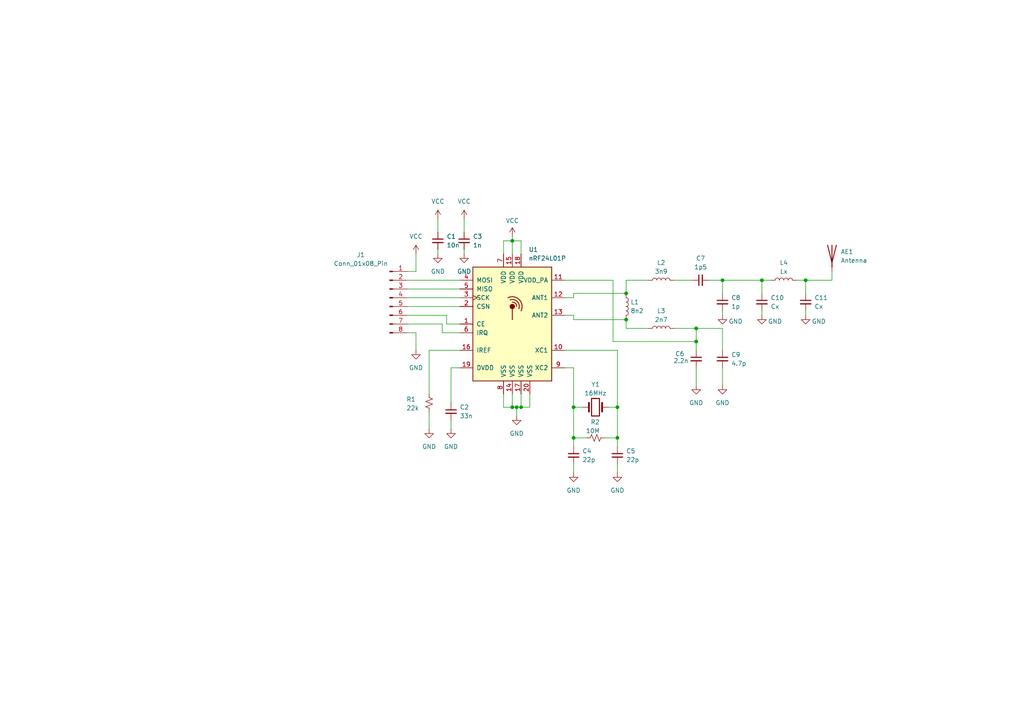
<source format=kicad_sch>
(kicad_sch
	(version 20231120)
	(generator "eeschema")
	(generator_version "8.0")
	(uuid "b5350c8d-c193-4f6e-a879-da03413e7251")
	(paper "A4")
	(lib_symbols
		(symbol "Connector:Conn_01x08_Pin"
			(pin_names
				(offset 1.016) hide)
			(exclude_from_sim no)
			(in_bom yes)
			(on_board yes)
			(property "Reference" "J"
				(at 0 10.16 0)
				(effects
					(font
						(size 1.27 1.27)
					)
				)
			)
			(property "Value" "Conn_01x08_Pin"
				(at 0 -12.7 0)
				(effects
					(font
						(size 1.27 1.27)
					)
				)
			)
			(property "Footprint" ""
				(at 0 0 0)
				(effects
					(font
						(size 1.27 1.27)
					)
					(hide yes)
				)
			)
			(property "Datasheet" "~"
				(at 0 0 0)
				(effects
					(font
						(size 1.27 1.27)
					)
					(hide yes)
				)
			)
			(property "Description" "Generic connector, single row, 01x08, script generated"
				(at 0 0 0)
				(effects
					(font
						(size 1.27 1.27)
					)
					(hide yes)
				)
			)
			(property "ki_locked" ""
				(at 0 0 0)
				(effects
					(font
						(size 1.27 1.27)
					)
				)
			)
			(property "ki_keywords" "connector"
				(at 0 0 0)
				(effects
					(font
						(size 1.27 1.27)
					)
					(hide yes)
				)
			)
			(property "ki_fp_filters" "Connector*:*_1x??_*"
				(at 0 0 0)
				(effects
					(font
						(size 1.27 1.27)
					)
					(hide yes)
				)
			)
			(symbol "Conn_01x08_Pin_1_1"
				(polyline
					(pts
						(xy 1.27 -10.16) (xy 0.8636 -10.16)
					)
					(stroke
						(width 0.1524)
						(type default)
					)
					(fill
						(type none)
					)
				)
				(polyline
					(pts
						(xy 1.27 -7.62) (xy 0.8636 -7.62)
					)
					(stroke
						(width 0.1524)
						(type default)
					)
					(fill
						(type none)
					)
				)
				(polyline
					(pts
						(xy 1.27 -5.08) (xy 0.8636 -5.08)
					)
					(stroke
						(width 0.1524)
						(type default)
					)
					(fill
						(type none)
					)
				)
				(polyline
					(pts
						(xy 1.27 -2.54) (xy 0.8636 -2.54)
					)
					(stroke
						(width 0.1524)
						(type default)
					)
					(fill
						(type none)
					)
				)
				(polyline
					(pts
						(xy 1.27 0) (xy 0.8636 0)
					)
					(stroke
						(width 0.1524)
						(type default)
					)
					(fill
						(type none)
					)
				)
				(polyline
					(pts
						(xy 1.27 2.54) (xy 0.8636 2.54)
					)
					(stroke
						(width 0.1524)
						(type default)
					)
					(fill
						(type none)
					)
				)
				(polyline
					(pts
						(xy 1.27 5.08) (xy 0.8636 5.08)
					)
					(stroke
						(width 0.1524)
						(type default)
					)
					(fill
						(type none)
					)
				)
				(polyline
					(pts
						(xy 1.27 7.62) (xy 0.8636 7.62)
					)
					(stroke
						(width 0.1524)
						(type default)
					)
					(fill
						(type none)
					)
				)
				(rectangle
					(start 0.8636 -10.033)
					(end 0 -10.287)
					(stroke
						(width 0.1524)
						(type default)
					)
					(fill
						(type outline)
					)
				)
				(rectangle
					(start 0.8636 -7.493)
					(end 0 -7.747)
					(stroke
						(width 0.1524)
						(type default)
					)
					(fill
						(type outline)
					)
				)
				(rectangle
					(start 0.8636 -4.953)
					(end 0 -5.207)
					(stroke
						(width 0.1524)
						(type default)
					)
					(fill
						(type outline)
					)
				)
				(rectangle
					(start 0.8636 -2.413)
					(end 0 -2.667)
					(stroke
						(width 0.1524)
						(type default)
					)
					(fill
						(type outline)
					)
				)
				(rectangle
					(start 0.8636 0.127)
					(end 0 -0.127)
					(stroke
						(width 0.1524)
						(type default)
					)
					(fill
						(type outline)
					)
				)
				(rectangle
					(start 0.8636 2.667)
					(end 0 2.413)
					(stroke
						(width 0.1524)
						(type default)
					)
					(fill
						(type outline)
					)
				)
				(rectangle
					(start 0.8636 5.207)
					(end 0 4.953)
					(stroke
						(width 0.1524)
						(type default)
					)
					(fill
						(type outline)
					)
				)
				(rectangle
					(start 0.8636 7.747)
					(end 0 7.493)
					(stroke
						(width 0.1524)
						(type default)
					)
					(fill
						(type outline)
					)
				)
				(pin passive line
					(at 5.08 7.62 180)
					(length 3.81)
					(name "Pin_1"
						(effects
							(font
								(size 1.27 1.27)
							)
						)
					)
					(number "1"
						(effects
							(font
								(size 1.27 1.27)
							)
						)
					)
				)
				(pin passive line
					(at 5.08 5.08 180)
					(length 3.81)
					(name "Pin_2"
						(effects
							(font
								(size 1.27 1.27)
							)
						)
					)
					(number "2"
						(effects
							(font
								(size 1.27 1.27)
							)
						)
					)
				)
				(pin passive line
					(at 5.08 2.54 180)
					(length 3.81)
					(name "Pin_3"
						(effects
							(font
								(size 1.27 1.27)
							)
						)
					)
					(number "3"
						(effects
							(font
								(size 1.27 1.27)
							)
						)
					)
				)
				(pin passive line
					(at 5.08 0 180)
					(length 3.81)
					(name "Pin_4"
						(effects
							(font
								(size 1.27 1.27)
							)
						)
					)
					(number "4"
						(effects
							(font
								(size 1.27 1.27)
							)
						)
					)
				)
				(pin passive line
					(at 5.08 -2.54 180)
					(length 3.81)
					(name "Pin_5"
						(effects
							(font
								(size 1.27 1.27)
							)
						)
					)
					(number "5"
						(effects
							(font
								(size 1.27 1.27)
							)
						)
					)
				)
				(pin passive line
					(at 5.08 -5.08 180)
					(length 3.81)
					(name "Pin_6"
						(effects
							(font
								(size 1.27 1.27)
							)
						)
					)
					(number "6"
						(effects
							(font
								(size 1.27 1.27)
							)
						)
					)
				)
				(pin passive line
					(at 5.08 -7.62 180)
					(length 3.81)
					(name "Pin_7"
						(effects
							(font
								(size 1.27 1.27)
							)
						)
					)
					(number "7"
						(effects
							(font
								(size 1.27 1.27)
							)
						)
					)
				)
				(pin passive line
					(at 5.08 -10.16 180)
					(length 3.81)
					(name "Pin_8"
						(effects
							(font
								(size 1.27 1.27)
							)
						)
					)
					(number "8"
						(effects
							(font
								(size 1.27 1.27)
							)
						)
					)
				)
			)
		)
		(symbol "Device:Antenna"
			(pin_numbers hide)
			(pin_names
				(offset 1.016) hide)
			(exclude_from_sim no)
			(in_bom yes)
			(on_board yes)
			(property "Reference" "AE"
				(at -1.905 1.905 0)
				(effects
					(font
						(size 1.27 1.27)
					)
					(justify right)
				)
			)
			(property "Value" "Antenna"
				(at -1.905 0 0)
				(effects
					(font
						(size 1.27 1.27)
					)
					(justify right)
				)
			)
			(property "Footprint" ""
				(at 0 0 0)
				(effects
					(font
						(size 1.27 1.27)
					)
					(hide yes)
				)
			)
			(property "Datasheet" "~"
				(at 0 0 0)
				(effects
					(font
						(size 1.27 1.27)
					)
					(hide yes)
				)
			)
			(property "Description" "Antenna"
				(at 0 0 0)
				(effects
					(font
						(size 1.27 1.27)
					)
					(hide yes)
				)
			)
			(property "ki_keywords" "antenna"
				(at 0 0 0)
				(effects
					(font
						(size 1.27 1.27)
					)
					(hide yes)
				)
			)
			(symbol "Antenna_0_1"
				(polyline
					(pts
						(xy 0 2.54) (xy 0 -3.81)
					)
					(stroke
						(width 0.254)
						(type default)
					)
					(fill
						(type none)
					)
				)
				(polyline
					(pts
						(xy 1.27 2.54) (xy 0 -2.54) (xy -1.27 2.54)
					)
					(stroke
						(width 0.254)
						(type default)
					)
					(fill
						(type none)
					)
				)
			)
			(symbol "Antenna_1_1"
				(pin input line
					(at 0 -5.08 90)
					(length 2.54)
					(name "A"
						(effects
							(font
								(size 1.27 1.27)
							)
						)
					)
					(number "1"
						(effects
							(font
								(size 1.27 1.27)
							)
						)
					)
				)
			)
		)
		(symbol "Device:C_Small"
			(pin_numbers hide)
			(pin_names
				(offset 0.254) hide)
			(exclude_from_sim no)
			(in_bom yes)
			(on_board yes)
			(property "Reference" "C"
				(at 0.254 1.778 0)
				(effects
					(font
						(size 1.27 1.27)
					)
					(justify left)
				)
			)
			(property "Value" "C_Small"
				(at 0.254 -2.032 0)
				(effects
					(font
						(size 1.27 1.27)
					)
					(justify left)
				)
			)
			(property "Footprint" ""
				(at 0 0 0)
				(effects
					(font
						(size 1.27 1.27)
					)
					(hide yes)
				)
			)
			(property "Datasheet" "~"
				(at 0 0 0)
				(effects
					(font
						(size 1.27 1.27)
					)
					(hide yes)
				)
			)
			(property "Description" "Unpolarized capacitor, small symbol"
				(at 0 0 0)
				(effects
					(font
						(size 1.27 1.27)
					)
					(hide yes)
				)
			)
			(property "ki_keywords" "capacitor cap"
				(at 0 0 0)
				(effects
					(font
						(size 1.27 1.27)
					)
					(hide yes)
				)
			)
			(property "ki_fp_filters" "C_*"
				(at 0 0 0)
				(effects
					(font
						(size 1.27 1.27)
					)
					(hide yes)
				)
			)
			(symbol "C_Small_0_1"
				(polyline
					(pts
						(xy -1.524 -0.508) (xy 1.524 -0.508)
					)
					(stroke
						(width 0.3302)
						(type default)
					)
					(fill
						(type none)
					)
				)
				(polyline
					(pts
						(xy -1.524 0.508) (xy 1.524 0.508)
					)
					(stroke
						(width 0.3048)
						(type default)
					)
					(fill
						(type none)
					)
				)
			)
			(symbol "C_Small_1_1"
				(pin passive line
					(at 0 2.54 270)
					(length 2.032)
					(name "~"
						(effects
							(font
								(size 1.27 1.27)
							)
						)
					)
					(number "1"
						(effects
							(font
								(size 1.27 1.27)
							)
						)
					)
				)
				(pin passive line
					(at 0 -2.54 90)
					(length 2.032)
					(name "~"
						(effects
							(font
								(size 1.27 1.27)
							)
						)
					)
					(number "2"
						(effects
							(font
								(size 1.27 1.27)
							)
						)
					)
				)
			)
		)
		(symbol "Device:Crystal"
			(pin_numbers hide)
			(pin_names
				(offset 1.016) hide)
			(exclude_from_sim no)
			(in_bom yes)
			(on_board yes)
			(property "Reference" "Y"
				(at 0 3.81 0)
				(effects
					(font
						(size 1.27 1.27)
					)
				)
			)
			(property "Value" "Crystal"
				(at 0 -3.81 0)
				(effects
					(font
						(size 1.27 1.27)
					)
				)
			)
			(property "Footprint" ""
				(at 0 0 0)
				(effects
					(font
						(size 1.27 1.27)
					)
					(hide yes)
				)
			)
			(property "Datasheet" "~"
				(at 0 0 0)
				(effects
					(font
						(size 1.27 1.27)
					)
					(hide yes)
				)
			)
			(property "Description" "Two pin crystal"
				(at 0 0 0)
				(effects
					(font
						(size 1.27 1.27)
					)
					(hide yes)
				)
			)
			(property "ki_keywords" "quartz ceramic resonator oscillator"
				(at 0 0 0)
				(effects
					(font
						(size 1.27 1.27)
					)
					(hide yes)
				)
			)
			(property "ki_fp_filters" "Crystal*"
				(at 0 0 0)
				(effects
					(font
						(size 1.27 1.27)
					)
					(hide yes)
				)
			)
			(symbol "Crystal_0_1"
				(rectangle
					(start -1.143 2.54)
					(end 1.143 -2.54)
					(stroke
						(width 0.3048)
						(type default)
					)
					(fill
						(type none)
					)
				)
				(polyline
					(pts
						(xy -2.54 0) (xy -1.905 0)
					)
					(stroke
						(width 0)
						(type default)
					)
					(fill
						(type none)
					)
				)
				(polyline
					(pts
						(xy -1.905 -1.27) (xy -1.905 1.27)
					)
					(stroke
						(width 0.508)
						(type default)
					)
					(fill
						(type none)
					)
				)
				(polyline
					(pts
						(xy 1.905 -1.27) (xy 1.905 1.27)
					)
					(stroke
						(width 0.508)
						(type default)
					)
					(fill
						(type none)
					)
				)
				(polyline
					(pts
						(xy 2.54 0) (xy 1.905 0)
					)
					(stroke
						(width 0)
						(type default)
					)
					(fill
						(type none)
					)
				)
			)
			(symbol "Crystal_1_1"
				(pin passive line
					(at -3.81 0 0)
					(length 1.27)
					(name "1"
						(effects
							(font
								(size 1.27 1.27)
							)
						)
					)
					(number "1"
						(effects
							(font
								(size 1.27 1.27)
							)
						)
					)
				)
				(pin passive line
					(at 3.81 0 180)
					(length 1.27)
					(name "2"
						(effects
							(font
								(size 1.27 1.27)
							)
						)
					)
					(number "2"
						(effects
							(font
								(size 1.27 1.27)
							)
						)
					)
				)
			)
		)
		(symbol "Device:L"
			(pin_numbers hide)
			(pin_names
				(offset 1.016) hide)
			(exclude_from_sim no)
			(in_bom yes)
			(on_board yes)
			(property "Reference" "L"
				(at -1.27 0 90)
				(effects
					(font
						(size 1.27 1.27)
					)
				)
			)
			(property "Value" "L"
				(at 1.905 0 90)
				(effects
					(font
						(size 1.27 1.27)
					)
				)
			)
			(property "Footprint" ""
				(at 0 0 0)
				(effects
					(font
						(size 1.27 1.27)
					)
					(hide yes)
				)
			)
			(property "Datasheet" "~"
				(at 0 0 0)
				(effects
					(font
						(size 1.27 1.27)
					)
					(hide yes)
				)
			)
			(property "Description" "Inductor"
				(at 0 0 0)
				(effects
					(font
						(size 1.27 1.27)
					)
					(hide yes)
				)
			)
			(property "ki_keywords" "inductor choke coil reactor magnetic"
				(at 0 0 0)
				(effects
					(font
						(size 1.27 1.27)
					)
					(hide yes)
				)
			)
			(property "ki_fp_filters" "Choke_* *Coil* Inductor_* L_*"
				(at 0 0 0)
				(effects
					(font
						(size 1.27 1.27)
					)
					(hide yes)
				)
			)
			(symbol "L_0_1"
				(arc
					(start 0 -2.54)
					(mid 0.6323 -1.905)
					(end 0 -1.27)
					(stroke
						(width 0)
						(type default)
					)
					(fill
						(type none)
					)
				)
				(arc
					(start 0 -1.27)
					(mid 0.6323 -0.635)
					(end 0 0)
					(stroke
						(width 0)
						(type default)
					)
					(fill
						(type none)
					)
				)
				(arc
					(start 0 0)
					(mid 0.6323 0.635)
					(end 0 1.27)
					(stroke
						(width 0)
						(type default)
					)
					(fill
						(type none)
					)
				)
				(arc
					(start 0 1.27)
					(mid 0.6323 1.905)
					(end 0 2.54)
					(stroke
						(width 0)
						(type default)
					)
					(fill
						(type none)
					)
				)
			)
			(symbol "L_1_1"
				(pin passive line
					(at 0 3.81 270)
					(length 1.27)
					(name "1"
						(effects
							(font
								(size 1.27 1.27)
							)
						)
					)
					(number "1"
						(effects
							(font
								(size 1.27 1.27)
							)
						)
					)
				)
				(pin passive line
					(at 0 -3.81 90)
					(length 1.27)
					(name "2"
						(effects
							(font
								(size 1.27 1.27)
							)
						)
					)
					(number "2"
						(effects
							(font
								(size 1.27 1.27)
							)
						)
					)
				)
			)
		)
		(symbol "Device:R_Small_US"
			(pin_numbers hide)
			(pin_names
				(offset 0.254) hide)
			(exclude_from_sim no)
			(in_bom yes)
			(on_board yes)
			(property "Reference" "R"
				(at 0.762 0.508 0)
				(effects
					(font
						(size 1.27 1.27)
					)
					(justify left)
				)
			)
			(property "Value" "R_Small_US"
				(at 0.762 -1.016 0)
				(effects
					(font
						(size 1.27 1.27)
					)
					(justify left)
				)
			)
			(property "Footprint" ""
				(at 0 0 0)
				(effects
					(font
						(size 1.27 1.27)
					)
					(hide yes)
				)
			)
			(property "Datasheet" "~"
				(at 0 0 0)
				(effects
					(font
						(size 1.27 1.27)
					)
					(hide yes)
				)
			)
			(property "Description" "Resistor, small US symbol"
				(at 0 0 0)
				(effects
					(font
						(size 1.27 1.27)
					)
					(hide yes)
				)
			)
			(property "ki_keywords" "r resistor"
				(at 0 0 0)
				(effects
					(font
						(size 1.27 1.27)
					)
					(hide yes)
				)
			)
			(property "ki_fp_filters" "R_*"
				(at 0 0 0)
				(effects
					(font
						(size 1.27 1.27)
					)
					(hide yes)
				)
			)
			(symbol "R_Small_US_1_1"
				(polyline
					(pts
						(xy 0 0) (xy 1.016 -0.381) (xy 0 -0.762) (xy -1.016 -1.143) (xy 0 -1.524)
					)
					(stroke
						(width 0)
						(type default)
					)
					(fill
						(type none)
					)
				)
				(polyline
					(pts
						(xy 0 1.524) (xy 1.016 1.143) (xy 0 0.762) (xy -1.016 0.381) (xy 0 0)
					)
					(stroke
						(width 0)
						(type default)
					)
					(fill
						(type none)
					)
				)
				(pin passive line
					(at 0 2.54 270)
					(length 1.016)
					(name "~"
						(effects
							(font
								(size 1.27 1.27)
							)
						)
					)
					(number "1"
						(effects
							(font
								(size 1.27 1.27)
							)
						)
					)
				)
				(pin passive line
					(at 0 -2.54 90)
					(length 1.016)
					(name "~"
						(effects
							(font
								(size 1.27 1.27)
							)
						)
					)
					(number "2"
						(effects
							(font
								(size 1.27 1.27)
							)
						)
					)
				)
			)
		)
		(symbol "RF:nRF24L01P"
			(pin_names
				(offset 1.016)
			)
			(exclude_from_sim no)
			(in_bom yes)
			(on_board yes)
			(property "Reference" "U"
				(at -11.43 17.78 0)
				(effects
					(font
						(size 1.27 1.27)
					)
					(justify left)
				)
			)
			(property "Value" "nRF24L01P"
				(at 5.08 17.78 0)
				(effects
					(font
						(size 1.27 1.27)
					)
					(justify left)
				)
			)
			(property "Footprint" "Package_DFN_QFN:QFN-20-1EP_4x4mm_P0.5mm_EP2.5x2.5mm"
				(at 5.08 20.32 0)
				(effects
					(font
						(size 1.27 1.27)
						(italic yes)
					)
					(justify left)
					(hide yes)
				)
			)
			(property "Datasheet" "http://www.nordicsemi.com/eng/content/download/2726/34069/file/nRF24L01P_Product_Specification_1_0.pdf"
				(at 0 2.54 0)
				(effects
					(font
						(size 1.27 1.27)
					)
					(hide yes)
				)
			)
			(property "Description" "nRF24L01+, Ultra low power 2.4GHz RF Transceiver, QFN20 4x4mm"
				(at 0 0 0)
				(effects
					(font
						(size 1.27 1.27)
					)
					(hide yes)
				)
			)
			(property "ki_keywords" "Low Power RF Transceiver"
				(at 0 0 0)
				(effects
					(font
						(size 1.27 1.27)
					)
					(hide yes)
				)
			)
			(property "ki_fp_filters" "QFN*4x4*0.5mm*"
				(at 0 0 0)
				(effects
					(font
						(size 1.27 1.27)
					)
					(hide yes)
				)
			)
			(symbol "nRF24L01P_0_1"
				(rectangle
					(start -11.43 16.51)
					(end 11.43 -16.51)
					(stroke
						(width 0.254)
						(type default)
					)
					(fill
						(type background)
					)
				)
				(polyline
					(pts
						(xy 0 4.445) (xy 0 1.27)
					)
					(stroke
						(width 0.254)
						(type default)
					)
					(fill
						(type none)
					)
				)
				(circle
					(center 0 5.08)
					(radius 0.635)
					(stroke
						(width 0.254)
						(type default)
					)
					(fill
						(type outline)
					)
				)
				(arc
					(start 1.27 5.08)
					(mid 0.9071 5.9946)
					(end 0 6.35)
					(stroke
						(width 0.254)
						(type default)
					)
					(fill
						(type none)
					)
				)
				(arc
					(start 1.905 4.445)
					(mid 1.4313 6.5254)
					(end -0.635 6.985)
					(stroke
						(width 0.254)
						(type default)
					)
					(fill
						(type none)
					)
				)
				(arc
					(start 2.54 3.81)
					(mid 2.008 7.088)
					(end -1.27 7.62)
					(stroke
						(width 0.254)
						(type default)
					)
					(fill
						(type none)
					)
				)
				(rectangle
					(start 11.43 -13.97)
					(end 11.43 -13.97)
					(stroke
						(width 0)
						(type default)
					)
					(fill
						(type none)
					)
				)
			)
			(symbol "nRF24L01P_1_1"
				(pin input line
					(at -15.24 0 0)
					(length 3.81)
					(name "CE"
						(effects
							(font
								(size 1.27 1.27)
							)
						)
					)
					(number "1"
						(effects
							(font
								(size 1.27 1.27)
							)
						)
					)
				)
				(pin passive line
					(at 15.24 -7.62 180)
					(length 3.81)
					(name "XC1"
						(effects
							(font
								(size 1.27 1.27)
							)
						)
					)
					(number "10"
						(effects
							(font
								(size 1.27 1.27)
							)
						)
					)
				)
				(pin power_out line
					(at 15.24 12.7 180)
					(length 3.81)
					(name "VDD_PA"
						(effects
							(font
								(size 1.27 1.27)
							)
						)
					)
					(number "11"
						(effects
							(font
								(size 1.27 1.27)
							)
						)
					)
				)
				(pin passive line
					(at 15.24 7.62 180)
					(length 3.81)
					(name "ANT1"
						(effects
							(font
								(size 1.27 1.27)
							)
						)
					)
					(number "12"
						(effects
							(font
								(size 1.27 1.27)
							)
						)
					)
				)
				(pin passive line
					(at 15.24 2.54 180)
					(length 3.81)
					(name "ANT2"
						(effects
							(font
								(size 1.27 1.27)
							)
						)
					)
					(number "13"
						(effects
							(font
								(size 1.27 1.27)
							)
						)
					)
				)
				(pin power_in line
					(at 0 -20.32 90)
					(length 3.81)
					(name "VSS"
						(effects
							(font
								(size 1.27 1.27)
							)
						)
					)
					(number "14"
						(effects
							(font
								(size 1.27 1.27)
							)
						)
					)
				)
				(pin power_in line
					(at 0 20.32 270)
					(length 3.81)
					(name "VDD"
						(effects
							(font
								(size 1.27 1.27)
							)
						)
					)
					(number "15"
						(effects
							(font
								(size 1.27 1.27)
							)
						)
					)
				)
				(pin passive line
					(at -15.24 -7.62 0)
					(length 3.81)
					(name "IREF"
						(effects
							(font
								(size 1.27 1.27)
							)
						)
					)
					(number "16"
						(effects
							(font
								(size 1.27 1.27)
							)
						)
					)
				)
				(pin power_in line
					(at 2.54 -20.32 90)
					(length 3.81)
					(name "VSS"
						(effects
							(font
								(size 1.27 1.27)
							)
						)
					)
					(number "17"
						(effects
							(font
								(size 1.27 1.27)
							)
						)
					)
				)
				(pin power_in line
					(at 2.54 20.32 270)
					(length 3.81)
					(name "VDD"
						(effects
							(font
								(size 1.27 1.27)
							)
						)
					)
					(number "18"
						(effects
							(font
								(size 1.27 1.27)
							)
						)
					)
				)
				(pin power_out line
					(at -15.24 -12.7 0)
					(length 3.81)
					(name "DVDD"
						(effects
							(font
								(size 1.27 1.27)
							)
						)
					)
					(number "19"
						(effects
							(font
								(size 1.27 1.27)
							)
						)
					)
				)
				(pin input line
					(at -15.24 5.08 0)
					(length 3.81)
					(name "CSN"
						(effects
							(font
								(size 1.27 1.27)
							)
						)
					)
					(number "2"
						(effects
							(font
								(size 1.27 1.27)
							)
						)
					)
				)
				(pin power_in line
					(at 5.08 -20.32 90)
					(length 3.81)
					(name "VSS"
						(effects
							(font
								(size 1.27 1.27)
							)
						)
					)
					(number "20"
						(effects
							(font
								(size 1.27 1.27)
							)
						)
					)
				)
				(pin input clock
					(at -15.24 7.62 0)
					(length 3.81)
					(name "SCK"
						(effects
							(font
								(size 1.27 1.27)
							)
						)
					)
					(number "3"
						(effects
							(font
								(size 1.27 1.27)
							)
						)
					)
				)
				(pin input line
					(at -15.24 12.7 0)
					(length 3.81)
					(name "MOSI"
						(effects
							(font
								(size 1.27 1.27)
							)
						)
					)
					(number "4"
						(effects
							(font
								(size 1.27 1.27)
							)
						)
					)
				)
				(pin output line
					(at -15.24 10.16 0)
					(length 3.81)
					(name "MISO"
						(effects
							(font
								(size 1.27 1.27)
							)
						)
					)
					(number "5"
						(effects
							(font
								(size 1.27 1.27)
							)
						)
					)
				)
				(pin output line
					(at -15.24 -2.54 0)
					(length 3.81)
					(name "IRQ"
						(effects
							(font
								(size 1.27 1.27)
							)
						)
					)
					(number "6"
						(effects
							(font
								(size 1.27 1.27)
							)
						)
					)
				)
				(pin power_in line
					(at -2.54 20.32 270)
					(length 3.81)
					(name "VDD"
						(effects
							(font
								(size 1.27 1.27)
							)
						)
					)
					(number "7"
						(effects
							(font
								(size 1.27 1.27)
							)
						)
					)
				)
				(pin power_in line
					(at -2.54 -20.32 90)
					(length 3.81)
					(name "VSS"
						(effects
							(font
								(size 1.27 1.27)
							)
						)
					)
					(number "8"
						(effects
							(font
								(size 1.27 1.27)
							)
						)
					)
				)
				(pin passive line
					(at 15.24 -12.7 180)
					(length 3.81)
					(name "XC2"
						(effects
							(font
								(size 1.27 1.27)
							)
						)
					)
					(number "9"
						(effects
							(font
								(size 1.27 1.27)
							)
						)
					)
				)
			)
		)
		(symbol "power:GND"
			(power)
			(pin_numbers hide)
			(pin_names
				(offset 0) hide)
			(exclude_from_sim no)
			(in_bom yes)
			(on_board yes)
			(property "Reference" "#PWR"
				(at 0 -6.35 0)
				(effects
					(font
						(size 1.27 1.27)
					)
					(hide yes)
				)
			)
			(property "Value" "GND"
				(at 0 -3.81 0)
				(effects
					(font
						(size 1.27 1.27)
					)
				)
			)
			(property "Footprint" ""
				(at 0 0 0)
				(effects
					(font
						(size 1.27 1.27)
					)
					(hide yes)
				)
			)
			(property "Datasheet" ""
				(at 0 0 0)
				(effects
					(font
						(size 1.27 1.27)
					)
					(hide yes)
				)
			)
			(property "Description" "Power symbol creates a global label with name \"GND\" , ground"
				(at 0 0 0)
				(effects
					(font
						(size 1.27 1.27)
					)
					(hide yes)
				)
			)
			(property "ki_keywords" "global power"
				(at 0 0 0)
				(effects
					(font
						(size 1.27 1.27)
					)
					(hide yes)
				)
			)
			(symbol "GND_0_1"
				(polyline
					(pts
						(xy 0 0) (xy 0 -1.27) (xy 1.27 -1.27) (xy 0 -2.54) (xy -1.27 -1.27) (xy 0 -1.27)
					)
					(stroke
						(width 0)
						(type default)
					)
					(fill
						(type none)
					)
				)
			)
			(symbol "GND_1_1"
				(pin power_in line
					(at 0 0 270)
					(length 0)
					(name "~"
						(effects
							(font
								(size 1.27 1.27)
							)
						)
					)
					(number "1"
						(effects
							(font
								(size 1.27 1.27)
							)
						)
					)
				)
			)
		)
		(symbol "power:VCC"
			(power)
			(pin_numbers hide)
			(pin_names
				(offset 0) hide)
			(exclude_from_sim no)
			(in_bom yes)
			(on_board yes)
			(property "Reference" "#PWR"
				(at 0 -3.81 0)
				(effects
					(font
						(size 1.27 1.27)
					)
					(hide yes)
				)
			)
			(property "Value" "VCC"
				(at 0 3.556 0)
				(effects
					(font
						(size 1.27 1.27)
					)
				)
			)
			(property "Footprint" ""
				(at 0 0 0)
				(effects
					(font
						(size 1.27 1.27)
					)
					(hide yes)
				)
			)
			(property "Datasheet" ""
				(at 0 0 0)
				(effects
					(font
						(size 1.27 1.27)
					)
					(hide yes)
				)
			)
			(property "Description" "Power symbol creates a global label with name \"VCC\""
				(at 0 0 0)
				(effects
					(font
						(size 1.27 1.27)
					)
					(hide yes)
				)
			)
			(property "ki_keywords" "global power"
				(at 0 0 0)
				(effects
					(font
						(size 1.27 1.27)
					)
					(hide yes)
				)
			)
			(symbol "VCC_0_1"
				(polyline
					(pts
						(xy -0.762 1.27) (xy 0 2.54)
					)
					(stroke
						(width 0)
						(type default)
					)
					(fill
						(type none)
					)
				)
				(polyline
					(pts
						(xy 0 0) (xy 0 2.54)
					)
					(stroke
						(width 0)
						(type default)
					)
					(fill
						(type none)
					)
				)
				(polyline
					(pts
						(xy 0 2.54) (xy 0.762 1.27)
					)
					(stroke
						(width 0)
						(type default)
					)
					(fill
						(type none)
					)
				)
			)
			(symbol "VCC_1_1"
				(pin power_in line
					(at 0 0 90)
					(length 0)
					(name "~"
						(effects
							(font
								(size 1.27 1.27)
							)
						)
					)
					(number "1"
						(effects
							(font
								(size 1.27 1.27)
							)
						)
					)
				)
			)
		)
	)
	(junction
		(at 151.13 118.11)
		(diameter 0)
		(color 0 0 0 0)
		(uuid "0b5c8341-28c1-429a-9921-f87b9866633d")
	)
	(junction
		(at 149.86 118.11)
		(diameter 0)
		(color 0 0 0 0)
		(uuid "0f07336b-60c5-4922-a2e2-48f87b9d585d")
	)
	(junction
		(at 166.37 118.11)
		(diameter 0)
		(color 0 0 0 0)
		(uuid "25a8171f-dda5-4f5b-a950-38f69b5a7f76")
	)
	(junction
		(at 220.98 81.28)
		(diameter 0)
		(color 0 0 0 0)
		(uuid "27de0f3b-6a01-44cf-86d4-d809b9cce5fe")
	)
	(junction
		(at 148.59 118.11)
		(diameter 0)
		(color 0 0 0 0)
		(uuid "2a94b842-c272-4de8-afc8-86c2b540396e")
	)
	(junction
		(at 179.07 127)
		(diameter 0)
		(color 0 0 0 0)
		(uuid "4050bfd6-2221-4c67-b83e-7b9c764dddde")
	)
	(junction
		(at 209.55 81.28)
		(diameter 0)
		(color 0 0 0 0)
		(uuid "4f90b175-fb4a-4aee-84f3-aea3ec1b9090")
	)
	(junction
		(at 179.07 118.11)
		(diameter 0)
		(color 0 0 0 0)
		(uuid "50dfa5f9-1b0d-477f-b90c-e1f8ebbf099a")
	)
	(junction
		(at 166.37 127)
		(diameter 0)
		(color 0 0 0 0)
		(uuid "56cabdaf-886a-48f2-a155-bc04658aa419")
	)
	(junction
		(at 181.61 85.09)
		(diameter 0)
		(color 0 0 0 0)
		(uuid "c5728fde-2da1-4767-8495-57f2dadb91e7")
	)
	(junction
		(at 201.93 95.25)
		(diameter 0)
		(color 0 0 0 0)
		(uuid "c62901be-e410-41b0-b3ac-3dddbb08709e")
	)
	(junction
		(at 233.68 81.28)
		(diameter 0)
		(color 0 0 0 0)
		(uuid "d3b73ea4-55f0-46b9-a5bd-163dc589c3e6")
	)
	(junction
		(at 181.61 92.71)
		(diameter 0)
		(color 0 0 0 0)
		(uuid "e19fcd79-c338-4d5b-b013-0cb59e24cbfc")
	)
	(junction
		(at 148.59 69.85)
		(diameter 0)
		(color 0 0 0 0)
		(uuid "e2b39ae2-90c3-4bdd-98eb-bdd91c5e44f6")
	)
	(junction
		(at 201.93 99.06)
		(diameter 0)
		(color 0 0 0 0)
		(uuid "f7268169-75cd-4db6-9692-c4d428f84862")
	)
	(wire
		(pts
			(xy 124.46 119.38) (xy 124.46 124.46)
		)
		(stroke
			(width 0)
			(type default)
		)
		(uuid "00134a00-fc34-4af9-be02-8f02daf5f9e4")
	)
	(wire
		(pts
			(xy 166.37 118.11) (xy 166.37 127)
		)
		(stroke
			(width 0)
			(type default)
		)
		(uuid "07e38be0-a487-421e-9fa9-5be88dfe88cd")
	)
	(wire
		(pts
			(xy 153.67 114.3) (xy 153.67 118.11)
		)
		(stroke
			(width 0)
			(type default)
		)
		(uuid "0d650cfc-a88d-4cf6-93d0-08f94724c8fe")
	)
	(wire
		(pts
			(xy 149.86 120.65) (xy 149.86 118.11)
		)
		(stroke
			(width 0)
			(type default)
		)
		(uuid "0e164969-fad6-4303-9c06-5074f106ba26")
	)
	(wire
		(pts
			(xy 118.11 78.74) (xy 120.65 78.74)
		)
		(stroke
			(width 0)
			(type default)
		)
		(uuid "0f27fc33-84fa-477f-b8ca-5af97c2b8b7f")
	)
	(wire
		(pts
			(xy 209.55 95.25) (xy 201.93 95.25)
		)
		(stroke
			(width 0)
			(type default)
		)
		(uuid "1610f473-ce79-4866-b938-8702136f9a43")
	)
	(wire
		(pts
			(xy 181.61 95.25) (xy 181.61 92.71)
		)
		(stroke
			(width 0)
			(type default)
		)
		(uuid "1770717e-605b-4d59-870f-9af7ab07af17")
	)
	(wire
		(pts
			(xy 220.98 81.28) (xy 223.52 81.28)
		)
		(stroke
			(width 0)
			(type default)
		)
		(uuid "1c704beb-b303-4be2-b93e-d9b348a9b095")
	)
	(wire
		(pts
			(xy 187.96 81.28) (xy 181.61 81.28)
		)
		(stroke
			(width 0)
			(type default)
		)
		(uuid "23cdee2f-d7f6-4889-8ea9-e0a3a6e3d723")
	)
	(wire
		(pts
			(xy 130.81 106.68) (xy 130.81 116.84)
		)
		(stroke
			(width 0)
			(type default)
		)
		(uuid "25a0ebf8-2a54-45b6-b28b-a8f5f086c022")
	)
	(wire
		(pts
			(xy 127 63.5) (xy 127 67.31)
		)
		(stroke
			(width 0)
			(type default)
		)
		(uuid "268b9b33-6608-4bcf-b87a-88dd015698dd")
	)
	(wire
		(pts
			(xy 146.05 69.85) (xy 148.59 69.85)
		)
		(stroke
			(width 0)
			(type default)
		)
		(uuid "27bbb711-359d-43a5-abc4-0a234946dda6")
	)
	(wire
		(pts
			(xy 233.68 85.09) (xy 233.68 81.28)
		)
		(stroke
			(width 0)
			(type default)
		)
		(uuid "2b9affbf-c82d-48ad-98ee-6a251a3d2943")
	)
	(wire
		(pts
			(xy 128.27 93.98) (xy 118.11 93.98)
		)
		(stroke
			(width 0)
			(type default)
		)
		(uuid "301dd179-5def-4d72-a29d-0732797b2d13")
	)
	(wire
		(pts
			(xy 179.07 127) (xy 179.07 129.54)
		)
		(stroke
			(width 0)
			(type default)
		)
		(uuid "319dbd7d-412f-41cd-aa16-fa00ce113497")
	)
	(wire
		(pts
			(xy 201.93 95.25) (xy 201.93 99.06)
		)
		(stroke
			(width 0)
			(type default)
		)
		(uuid "322041b1-ea2f-4582-8d9f-a406d29509b0")
	)
	(wire
		(pts
			(xy 146.05 114.3) (xy 146.05 118.11)
		)
		(stroke
			(width 0)
			(type default)
		)
		(uuid "3c1d322b-fb5f-4cc9-abbf-53c0e1324b6a")
	)
	(wire
		(pts
			(xy 177.8 81.28) (xy 177.8 99.06)
		)
		(stroke
			(width 0)
			(type default)
		)
		(uuid "3cd990cb-01f3-4ebc-8f92-018c25407f93")
	)
	(wire
		(pts
			(xy 177.8 99.06) (xy 201.93 99.06)
		)
		(stroke
			(width 0)
			(type default)
		)
		(uuid "3dab8269-bd44-48a3-8c91-68cd59792cf3")
	)
	(wire
		(pts
			(xy 124.46 101.6) (xy 124.46 114.3)
		)
		(stroke
			(width 0)
			(type default)
		)
		(uuid "3e98cb49-123e-4728-9c14-f563520e0579")
	)
	(wire
		(pts
			(xy 148.59 118.11) (xy 149.86 118.11)
		)
		(stroke
			(width 0)
			(type default)
		)
		(uuid "3ee28eda-c50a-4dd5-8cc0-b73cbef85008")
	)
	(wire
		(pts
			(xy 151.13 69.85) (xy 151.13 73.66)
		)
		(stroke
			(width 0)
			(type default)
		)
		(uuid "460913ca-a231-454d-976a-38ca12ebfd78")
	)
	(wire
		(pts
			(xy 209.55 81.28) (xy 220.98 81.28)
		)
		(stroke
			(width 0)
			(type default)
		)
		(uuid "51f050a4-b961-4079-bedb-2a612d5656bb")
	)
	(wire
		(pts
			(xy 195.58 95.25) (xy 201.93 95.25)
		)
		(stroke
			(width 0)
			(type default)
		)
		(uuid "56825244-9a1e-42dd-80b6-4798548b116e")
	)
	(wire
		(pts
			(xy 148.59 69.85) (xy 151.13 69.85)
		)
		(stroke
			(width 0)
			(type default)
		)
		(uuid "5751683a-f75e-44ae-884e-8832bf012e2a")
	)
	(wire
		(pts
			(xy 118.11 91.44) (xy 129.54 91.44)
		)
		(stroke
			(width 0)
			(type default)
		)
		(uuid "5d064c74-5387-491e-95f0-450aad998a52")
	)
	(wire
		(pts
			(xy 166.37 106.68) (xy 166.37 118.11)
		)
		(stroke
			(width 0)
			(type default)
		)
		(uuid "6017872d-8be3-46bf-abbd-247d5bb04bd4")
	)
	(wire
		(pts
			(xy 233.68 81.28) (xy 231.14 81.28)
		)
		(stroke
			(width 0)
			(type default)
		)
		(uuid "606020e5-aa12-4887-ba6a-88813ae8fea5")
	)
	(wire
		(pts
			(xy 146.05 73.66) (xy 146.05 69.85)
		)
		(stroke
			(width 0)
			(type default)
		)
		(uuid "6278be1b-bad3-48f6-805d-991867cdc690")
	)
	(wire
		(pts
			(xy 176.53 118.11) (xy 179.07 118.11)
		)
		(stroke
			(width 0)
			(type default)
		)
		(uuid "65f65899-31be-40db-b8a7-43e625e910d7")
	)
	(wire
		(pts
			(xy 166.37 134.62) (xy 166.37 137.16)
		)
		(stroke
			(width 0)
			(type default)
		)
		(uuid "69427cbe-117e-45d2-9bd0-95d2b3544078")
	)
	(wire
		(pts
			(xy 118.11 81.28) (xy 133.35 81.28)
		)
		(stroke
			(width 0)
			(type default)
		)
		(uuid "6990edec-b43d-44bd-9007-bc6ee92c9430")
	)
	(wire
		(pts
			(xy 163.83 86.36) (xy 166.37 86.36)
		)
		(stroke
			(width 0)
			(type default)
		)
		(uuid "6aa87c35-7303-4087-a657-37f69c3beeb0")
	)
	(wire
		(pts
			(xy 120.65 78.74) (xy 120.65 73.66)
		)
		(stroke
			(width 0)
			(type default)
		)
		(uuid "6c2bc3aa-149e-435f-9f77-feff5c0551f8")
	)
	(wire
		(pts
			(xy 166.37 86.36) (xy 166.37 85.09)
		)
		(stroke
			(width 0)
			(type default)
		)
		(uuid "6c69c6a9-c467-46cc-a552-2e06235d9cd8")
	)
	(wire
		(pts
			(xy 201.93 106.68) (xy 201.93 111.76)
		)
		(stroke
			(width 0)
			(type default)
		)
		(uuid "6d511989-76ec-4018-8203-430f235dba52")
	)
	(wire
		(pts
			(xy 166.37 118.11) (xy 168.91 118.11)
		)
		(stroke
			(width 0)
			(type default)
		)
		(uuid "6d5153f0-1e71-4893-9831-05fa1424bce2")
	)
	(wire
		(pts
			(xy 118.11 88.9) (xy 133.35 88.9)
		)
		(stroke
			(width 0)
			(type default)
		)
		(uuid "703d2db3-e9b0-4e2d-8306-841faeac064e")
	)
	(wire
		(pts
			(xy 134.62 72.39) (xy 134.62 73.66)
		)
		(stroke
			(width 0)
			(type default)
		)
		(uuid "703df2d4-f9cd-4c41-bbfd-fac6ccb23c26")
	)
	(wire
		(pts
			(xy 146.05 118.11) (xy 148.59 118.11)
		)
		(stroke
			(width 0)
			(type default)
		)
		(uuid "71d17484-f5d0-4993-9464-6152c464cce3")
	)
	(wire
		(pts
			(xy 129.54 93.98) (xy 129.54 91.44)
		)
		(stroke
			(width 0)
			(type default)
		)
		(uuid "7cffbe6c-6a65-4ee3-a202-142c5cdc80b4")
	)
	(wire
		(pts
			(xy 209.55 106.68) (xy 209.55 111.76)
		)
		(stroke
			(width 0)
			(type default)
		)
		(uuid "7d9aa1e3-efd8-436f-a9e1-e89bab03b8f8")
	)
	(wire
		(pts
			(xy 148.59 68.58) (xy 148.59 69.85)
		)
		(stroke
			(width 0)
			(type default)
		)
		(uuid "7fe5e07e-8d03-47ca-aa07-c8a19174c565")
	)
	(wire
		(pts
			(xy 118.11 96.52) (xy 120.65 96.52)
		)
		(stroke
			(width 0)
			(type default)
		)
		(uuid "80e7e17a-0f6c-4579-b7c3-149f0e91736f")
	)
	(wire
		(pts
			(xy 133.35 93.98) (xy 129.54 93.98)
		)
		(stroke
			(width 0)
			(type default)
		)
		(uuid "8af3d8e7-faa2-431c-9102-4e7ae4f6e909")
	)
	(wire
		(pts
			(xy 205.74 81.28) (xy 209.55 81.28)
		)
		(stroke
			(width 0)
			(type default)
		)
		(uuid "8ca09037-9109-46ce-a9da-56418c5b4394")
	)
	(wire
		(pts
			(xy 233.68 90.17) (xy 233.68 91.44)
		)
		(stroke
			(width 0)
			(type default)
		)
		(uuid "8ea150bf-89de-465e-832d-c0969f522367")
	)
	(wire
		(pts
			(xy 166.37 91.44) (xy 166.37 92.71)
		)
		(stroke
			(width 0)
			(type default)
		)
		(uuid "8f832d32-83f7-47dd-8754-26f7c8cb0d5b")
	)
	(wire
		(pts
			(xy 166.37 127) (xy 170.18 127)
		)
		(stroke
			(width 0)
			(type default)
		)
		(uuid "8fde2cb4-a883-406f-9ff0-3983a93fa79b")
	)
	(wire
		(pts
			(xy 163.83 91.44) (xy 166.37 91.44)
		)
		(stroke
			(width 0)
			(type default)
		)
		(uuid "8fead039-022f-4ad4-a176-087a4765b043")
	)
	(wire
		(pts
			(xy 220.98 90.17) (xy 220.98 91.44)
		)
		(stroke
			(width 0)
			(type default)
		)
		(uuid "90bb4145-040d-4bf0-8d3b-a081c24c5247")
	)
	(wire
		(pts
			(xy 133.35 101.6) (xy 124.46 101.6)
		)
		(stroke
			(width 0)
			(type default)
		)
		(uuid "92e755c4-4c6b-4801-b9c3-188f48b9b55b")
	)
	(wire
		(pts
			(xy 175.26 127) (xy 179.07 127)
		)
		(stroke
			(width 0)
			(type default)
		)
		(uuid "98ffdd70-1061-4745-bf71-fd9b0fd4609c")
	)
	(wire
		(pts
			(xy 166.37 92.71) (xy 181.61 92.71)
		)
		(stroke
			(width 0)
			(type default)
		)
		(uuid "9b0a38e2-15c6-48ae-aa53-126aa3f63b9d")
	)
	(wire
		(pts
			(xy 179.07 134.62) (xy 179.07 137.16)
		)
		(stroke
			(width 0)
			(type default)
		)
		(uuid "9b5110ef-b592-4756-8253-02df4dc8c6e8")
	)
	(wire
		(pts
			(xy 153.67 118.11) (xy 151.13 118.11)
		)
		(stroke
			(width 0)
			(type default)
		)
		(uuid "9c799456-db7f-4d46-8e75-2c96b00b6b7c")
	)
	(wire
		(pts
			(xy 209.55 90.17) (xy 209.55 91.44)
		)
		(stroke
			(width 0)
			(type default)
		)
		(uuid "9cf2050d-c1ec-4c36-926b-8d5d3bda9e3b")
	)
	(wire
		(pts
			(xy 179.07 118.11) (xy 179.07 127)
		)
		(stroke
			(width 0)
			(type default)
		)
		(uuid "9e2a28b1-0db5-44cb-910a-75f25c72093c")
	)
	(wire
		(pts
			(xy 201.93 99.06) (xy 201.93 101.6)
		)
		(stroke
			(width 0)
			(type default)
		)
		(uuid "a286e324-8b6c-4cbc-b7c1-d48ccea7f6f6")
	)
	(wire
		(pts
			(xy 148.59 69.85) (xy 148.59 73.66)
		)
		(stroke
			(width 0)
			(type default)
		)
		(uuid "a412a27e-f914-48df-9a77-333af0150e58")
	)
	(wire
		(pts
			(xy 209.55 81.28) (xy 209.55 85.09)
		)
		(stroke
			(width 0)
			(type default)
		)
		(uuid "a8ba6e8a-8176-4331-bcd5-b77053539bdf")
	)
	(wire
		(pts
			(xy 163.83 101.6) (xy 179.07 101.6)
		)
		(stroke
			(width 0)
			(type default)
		)
		(uuid "a943c090-3973-46f2-9d2d-fb9816755155")
	)
	(wire
		(pts
			(xy 133.35 106.68) (xy 130.81 106.68)
		)
		(stroke
			(width 0)
			(type default)
		)
		(uuid "ac8835a2-5fe3-49f8-9d88-f43b5d6e9277")
	)
	(wire
		(pts
			(xy 179.07 101.6) (xy 179.07 118.11)
		)
		(stroke
			(width 0)
			(type default)
		)
		(uuid "ac9f8408-1a5b-484d-bc1a-d53ea8854798")
	)
	(wire
		(pts
			(xy 127 72.39) (xy 127 73.66)
		)
		(stroke
			(width 0)
			(type default)
		)
		(uuid "ad2cab25-9869-40fe-930a-87be0399eb39")
	)
	(wire
		(pts
			(xy 181.61 81.28) (xy 181.61 85.09)
		)
		(stroke
			(width 0)
			(type default)
		)
		(uuid "ad3e7e22-e7ce-4d26-84fa-30b3f084078b")
	)
	(wire
		(pts
			(xy 134.62 63.5) (xy 134.62 67.31)
		)
		(stroke
			(width 0)
			(type default)
		)
		(uuid "af71e830-8a47-4aca-b965-d86d5097b1d2")
	)
	(wire
		(pts
			(xy 163.83 106.68) (xy 166.37 106.68)
		)
		(stroke
			(width 0)
			(type default)
		)
		(uuid "b12beb7b-6863-4db6-8e3e-e4712ececa4f")
	)
	(wire
		(pts
			(xy 187.96 95.25) (xy 181.61 95.25)
		)
		(stroke
			(width 0)
			(type default)
		)
		(uuid "b2a6044f-8ae0-4b17-8e02-e2c63a25bb14")
	)
	(wire
		(pts
			(xy 128.27 96.52) (xy 128.27 93.98)
		)
		(stroke
			(width 0)
			(type default)
		)
		(uuid "b2d1ecc4-44fe-41f0-9323-06eada7a6ccf")
	)
	(wire
		(pts
			(xy 220.98 81.28) (xy 220.98 85.09)
		)
		(stroke
			(width 0)
			(type default)
		)
		(uuid "b8d7c885-656f-4b33-8c49-c8881198375a")
	)
	(wire
		(pts
			(xy 148.59 114.3) (xy 148.59 118.11)
		)
		(stroke
			(width 0)
			(type default)
		)
		(uuid "ba748a2d-7b2e-49d3-af80-b38e37876b3d")
	)
	(wire
		(pts
			(xy 163.83 81.28) (xy 177.8 81.28)
		)
		(stroke
			(width 0)
			(type default)
		)
		(uuid "be9dee4d-f0e4-44ea-8ba6-2a6a2044187b")
	)
	(wire
		(pts
			(xy 133.35 96.52) (xy 128.27 96.52)
		)
		(stroke
			(width 0)
			(type default)
		)
		(uuid "c7f6a799-08ec-44a0-a132-e37eaa669fe2")
	)
	(wire
		(pts
			(xy 130.81 121.92) (xy 130.81 124.46)
		)
		(stroke
			(width 0)
			(type default)
		)
		(uuid "cecd1728-15a5-406b-9a4c-a0ff542759b8")
	)
	(wire
		(pts
			(xy 118.11 83.82) (xy 133.35 83.82)
		)
		(stroke
			(width 0)
			(type default)
		)
		(uuid "d3e51b72-866f-4711-a229-48c677429cad")
	)
	(wire
		(pts
			(xy 118.11 86.36) (xy 133.35 86.36)
		)
		(stroke
			(width 0)
			(type default)
		)
		(uuid "d4e77a9a-4ab6-4552-abe0-05576d23cb73")
	)
	(wire
		(pts
			(xy 209.55 101.6) (xy 209.55 95.25)
		)
		(stroke
			(width 0)
			(type default)
		)
		(uuid "dde09281-516d-4d9b-bede-7fd678dfea3a")
	)
	(wire
		(pts
			(xy 151.13 118.11) (xy 149.86 118.11)
		)
		(stroke
			(width 0)
			(type default)
		)
		(uuid "e098ba6e-e9d0-4dc7-9b6d-cffd5ee278f4")
	)
	(wire
		(pts
			(xy 241.3 81.28) (xy 233.68 81.28)
		)
		(stroke
			(width 0)
			(type default)
		)
		(uuid "e6f55c5f-a9a9-4c71-8f81-ba9dc534800f")
	)
	(wire
		(pts
			(xy 151.13 114.3) (xy 151.13 118.11)
		)
		(stroke
			(width 0)
			(type default)
		)
		(uuid "ea91cfb3-00e4-4be6-a00d-d7faa9c1f375")
	)
	(wire
		(pts
			(xy 120.65 96.52) (xy 120.65 101.6)
		)
		(stroke
			(width 0)
			(type default)
		)
		(uuid "edcd5abc-c7e7-40f0-b3f3-7f578db78e46")
	)
	(wire
		(pts
			(xy 195.58 81.28) (xy 200.66 81.28)
		)
		(stroke
			(width 0)
			(type default)
		)
		(uuid "f4b54925-2b90-4d36-ab25-96d9c8de4a7f")
	)
	(wire
		(pts
			(xy 241.3 78.74) (xy 241.3 81.28)
		)
		(stroke
			(width 0)
			(type default)
		)
		(uuid "f73dc879-0585-435e-803a-7d41c068d1af")
	)
	(wire
		(pts
			(xy 166.37 127) (xy 166.37 129.54)
		)
		(stroke
			(width 0)
			(type default)
		)
		(uuid "faf31f87-0c93-4ca6-a257-52bb7d99ca49")
	)
	(wire
		(pts
			(xy 166.37 85.09) (xy 181.61 85.09)
		)
		(stroke
			(width 0)
			(type default)
		)
		(uuid "fbff180c-1ccd-4dfc-8b29-f928031763a5")
	)
	(symbol
		(lib_id "power:GND")
		(at 201.93 111.76 0)
		(unit 1)
		(exclude_from_sim no)
		(in_bom yes)
		(on_board yes)
		(dnp no)
		(fields_autoplaced yes)
		(uuid "0c20d181-7889-48b5-9149-fd9975819c15")
		(property "Reference" "#PWR013"
			(at 201.93 118.11 0)
			(effects
				(font
					(size 1.27 1.27)
				)
				(hide yes)
			)
		)
		(property "Value" "GND"
			(at 201.93 116.84 0)
			(effects
				(font
					(size 1.27 1.27)
				)
			)
		)
		(property "Footprint" ""
			(at 201.93 111.76 0)
			(effects
				(font
					(size 1.27 1.27)
				)
				(hide yes)
			)
		)
		(property "Datasheet" ""
			(at 201.93 111.76 0)
			(effects
				(font
					(size 1.27 1.27)
				)
				(hide yes)
			)
		)
		(property "Description" "Power symbol creates a global label with name \"GND\" , ground"
			(at 201.93 111.76 0)
			(effects
				(font
					(size 1.27 1.27)
				)
				(hide yes)
			)
		)
		(pin "1"
			(uuid "d483066e-11b0-460b-bb8d-3bdc5c0d5ba8")
		)
		(instances
			(project "Modulo NRD24L01"
				(path "/b5350c8d-c193-4f6e-a879-da03413e7251"
					(reference "#PWR013")
					(unit 1)
				)
			)
		)
	)
	(symbol
		(lib_id "Device:C_Small")
		(at 220.98 87.63 0)
		(unit 1)
		(exclude_from_sim no)
		(in_bom yes)
		(on_board yes)
		(dnp no)
		(fields_autoplaced yes)
		(uuid "0f60a5fd-c2c7-4a24-8c90-49f6b2594aac")
		(property "Reference" "C10"
			(at 223.52 86.3662 0)
			(effects
				(font
					(size 1.27 1.27)
				)
				(justify left)
			)
		)
		(property "Value" "Cx"
			(at 223.52 88.9062 0)
			(effects
				(font
					(size 1.27 1.27)
				)
				(justify left)
			)
		)
		(property "Footprint" "Capacitor_SMD:C_0402_1005Metric"
			(at 220.98 87.63 0)
			(effects
				(font
					(size 1.27 1.27)
				)
				(hide yes)
			)
		)
		(property "Datasheet" "~"
			(at 220.98 87.63 0)
			(effects
				(font
					(size 1.27 1.27)
				)
				(hide yes)
			)
		)
		(property "Description" "Unpolarized capacitor, small symbol"
			(at 220.98 87.63 0)
			(effects
				(font
					(size 1.27 1.27)
				)
				(hide yes)
			)
		)
		(pin "1"
			(uuid "8f9b36f8-1961-4635-b01b-4d63534c3c30")
		)
		(pin "2"
			(uuid "492c222e-fe64-48e2-a127-268795cdefe0")
		)
		(instances
			(project "Modulo NRD24L01"
				(path "/b5350c8d-c193-4f6e-a879-da03413e7251"
					(reference "C10")
					(unit 1)
				)
			)
		)
	)
	(symbol
		(lib_id "RF:nRF24L01P")
		(at 148.59 93.98 0)
		(unit 1)
		(exclude_from_sim no)
		(in_bom yes)
		(on_board yes)
		(dnp no)
		(fields_autoplaced yes)
		(uuid "1324cf61-a5a9-4249-a854-3bcaa10d2677")
		(property "Reference" "U1"
			(at 153.3241 72.39 0)
			(effects
				(font
					(size 1.27 1.27)
				)
				(justify left)
			)
		)
		(property "Value" "nRF24L01P"
			(at 153.3241 74.93 0)
			(effects
				(font
					(size 1.27 1.27)
				)
				(justify left)
			)
		)
		(property "Footprint" "Package_DFN_QFN:QFN-20-1EP_4x4mm_P0.5mm_EP2.5x2.5mm"
			(at 153.67 73.66 0)
			(effects
				(font
					(size 1.27 1.27)
					(italic yes)
				)
				(justify left)
				(hide yes)
			)
		)
		(property "Datasheet" "http://www.nordicsemi.com/eng/content/download/2726/34069/file/nRF24L01P_Product_Specification_1_0.pdf"
			(at 148.59 91.44 0)
			(effects
				(font
					(size 1.27 1.27)
				)
				(hide yes)
			)
		)
		(property "Description" "nRF24L01+, Ultra low power 2.4GHz RF Transceiver, QFN20 4x4mm"
			(at 148.59 93.98 0)
			(effects
				(font
					(size 1.27 1.27)
				)
				(hide yes)
			)
		)
		(pin "5"
			(uuid "e8cf54fa-7593-4440-abf7-0befb896bb80")
		)
		(pin "9"
			(uuid "f7432c52-c8e0-4aae-a229-cf48678e92d4")
		)
		(pin "20"
			(uuid "234e9841-ea2f-4fa5-bda8-abfc606298cb")
		)
		(pin "6"
			(uuid "a0f41ea7-4dd3-440e-aad2-51dfa1ebfb88")
		)
		(pin "7"
			(uuid "3564d323-c8fa-45d2-8cd4-9b92b83d603a")
		)
		(pin "19"
			(uuid "47b91f5a-6bd7-4bb7-8f77-1caa1e66c4b1")
		)
		(pin "8"
			(uuid "f30a9e75-11f1-47e5-9b74-493e0013cd6f")
		)
		(pin "12"
			(uuid "f0e52125-1511-4404-807c-e4ae1c8b6a19")
		)
		(pin "11"
			(uuid "af3d565a-1cb5-4321-af40-f28f7ed7022c")
		)
		(pin "17"
			(uuid "ca32b61e-911d-463c-ac22-80be201c5e67")
		)
		(pin "1"
			(uuid "28f11098-c642-4b24-bc99-fce21775c6f2")
		)
		(pin "18"
			(uuid "52dbb931-04f7-4dda-a415-476b9ddb04fd")
		)
		(pin "4"
			(uuid "f7d9b977-817e-4080-b10d-3505a2581ead")
		)
		(pin "10"
			(uuid "26173190-8b07-47e2-be3c-180a8fce5429")
		)
		(pin "14"
			(uuid "0999073d-e390-428a-9e63-4f6f55431fc6")
		)
		(pin "2"
			(uuid "cbc7e670-7fd5-4d5c-bc69-f79bab9692e4")
		)
		(pin "15"
			(uuid "009594b5-4a0f-46f2-bb5c-8ee472762e46")
		)
		(pin "16"
			(uuid "f34389d0-bd99-4eaf-a3fc-b28c641ed945")
		)
		(pin "13"
			(uuid "31425f2a-396e-4a4d-a45f-5bc9012a7060")
		)
		(pin "3"
			(uuid "61b31102-c0be-40a1-ac6b-196e352742e9")
		)
		(instances
			(project ""
				(path "/b5350c8d-c193-4f6e-a879-da03413e7251"
					(reference "U1")
					(unit 1)
				)
			)
		)
	)
	(symbol
		(lib_id "Device:Antenna")
		(at 241.3 73.66 0)
		(unit 1)
		(exclude_from_sim no)
		(in_bom yes)
		(on_board yes)
		(dnp no)
		(fields_autoplaced yes)
		(uuid "1333ce07-38d8-424e-8e8d-0d3193c8da75")
		(property "Reference" "AE1"
			(at 243.84 73.0249 0)
			(effects
				(font
					(size 1.27 1.27)
				)
				(justify left)
			)
		)
		(property "Value" "Antenna"
			(at 243.84 75.5649 0)
			(effects
				(font
					(size 1.27 1.27)
				)
				(justify left)
			)
		)
		(property "Footprint" "RF_Antenna:Texas_SWRA117D_2.4GHz_Right"
			(at 241.3 73.66 0)
			(effects
				(font
					(size 1.27 1.27)
				)
				(hide yes)
			)
		)
		(property "Datasheet" "~"
			(at 241.3 73.66 0)
			(effects
				(font
					(size 1.27 1.27)
				)
				(hide yes)
			)
		)
		(property "Description" "Antenna"
			(at 241.3 73.66 0)
			(effects
				(font
					(size 1.27 1.27)
				)
				(hide yes)
			)
		)
		(pin "1"
			(uuid "cc53f7ef-4e48-4d60-8031-a606fc6e4ea9")
		)
		(instances
			(project ""
				(path "/b5350c8d-c193-4f6e-a879-da03413e7251"
					(reference "AE1")
					(unit 1)
				)
			)
		)
	)
	(symbol
		(lib_id "Device:C_Small")
		(at 203.2 81.28 90)
		(unit 1)
		(exclude_from_sim no)
		(in_bom yes)
		(on_board yes)
		(dnp no)
		(fields_autoplaced yes)
		(uuid "302d2396-a7c2-403b-992c-2a11f2783cba")
		(property "Reference" "C7"
			(at 203.2063 74.93 90)
			(effects
				(font
					(size 1.27 1.27)
				)
			)
		)
		(property "Value" "1p5"
			(at 203.2063 77.47 90)
			(effects
				(font
					(size 1.27 1.27)
				)
			)
		)
		(property "Footprint" "Capacitor_SMD:C_0402_1005Metric"
			(at 203.2 81.28 0)
			(effects
				(font
					(size 1.27 1.27)
				)
				(hide yes)
			)
		)
		(property "Datasheet" "~"
			(at 203.2 81.28 0)
			(effects
				(font
					(size 1.27 1.27)
				)
				(hide yes)
			)
		)
		(property "Description" "Unpolarized capacitor, small symbol"
			(at 203.2 81.28 0)
			(effects
				(font
					(size 1.27 1.27)
				)
				(hide yes)
			)
		)
		(pin "1"
			(uuid "518ecf67-1cea-4b60-abd0-69adbc5867c4")
		)
		(pin "2"
			(uuid "a45a6727-458b-44a3-9dbd-c59273d908e3")
		)
		(instances
			(project "Modulo NRD24L01"
				(path "/b5350c8d-c193-4f6e-a879-da03413e7251"
					(reference "C7")
					(unit 1)
				)
			)
		)
	)
	(symbol
		(lib_id "power:GND")
		(at 179.07 137.16 0)
		(unit 1)
		(exclude_from_sim no)
		(in_bom yes)
		(on_board yes)
		(dnp no)
		(fields_autoplaced yes)
		(uuid "3503a9df-5597-411a-a742-06ea6aebad92")
		(property "Reference" "#PWR012"
			(at 179.07 143.51 0)
			(effects
				(font
					(size 1.27 1.27)
				)
				(hide yes)
			)
		)
		(property "Value" "GND"
			(at 179.07 142.24 0)
			(effects
				(font
					(size 1.27 1.27)
				)
			)
		)
		(property "Footprint" ""
			(at 179.07 137.16 0)
			(effects
				(font
					(size 1.27 1.27)
				)
				(hide yes)
			)
		)
		(property "Datasheet" ""
			(at 179.07 137.16 0)
			(effects
				(font
					(size 1.27 1.27)
				)
				(hide yes)
			)
		)
		(property "Description" "Power symbol creates a global label with name \"GND\" , ground"
			(at 179.07 137.16 0)
			(effects
				(font
					(size 1.27 1.27)
				)
				(hide yes)
			)
		)
		(pin "1"
			(uuid "ba537bee-2342-44b8-a099-529cc716739f")
		)
		(instances
			(project "Modulo NRD24L01"
				(path "/b5350c8d-c193-4f6e-a879-da03413e7251"
					(reference "#PWR012")
					(unit 1)
				)
			)
		)
	)
	(symbol
		(lib_id "power:GND")
		(at 209.55 91.44 0)
		(unit 1)
		(exclude_from_sim no)
		(in_bom yes)
		(on_board yes)
		(dnp no)
		(uuid "386bf0a3-f4c4-4559-9113-24d83e534ab8")
		(property "Reference" "#PWR014"
			(at 209.55 97.79 0)
			(effects
				(font
					(size 1.27 1.27)
				)
				(hide yes)
			)
		)
		(property "Value" "GND"
			(at 213.36 93.218 0)
			(effects
				(font
					(size 1.27 1.27)
				)
			)
		)
		(property "Footprint" ""
			(at 209.55 91.44 0)
			(effects
				(font
					(size 1.27 1.27)
				)
				(hide yes)
			)
		)
		(property "Datasheet" ""
			(at 209.55 91.44 0)
			(effects
				(font
					(size 1.27 1.27)
				)
				(hide yes)
			)
		)
		(property "Description" "Power symbol creates a global label with name \"GND\" , ground"
			(at 209.55 91.44 0)
			(effects
				(font
					(size 1.27 1.27)
				)
				(hide yes)
			)
		)
		(pin "1"
			(uuid "f1d4ed70-ab5d-4e1d-b4e8-5134faf3cf21")
		)
		(instances
			(project "Modulo NRD24L01"
				(path "/b5350c8d-c193-4f6e-a879-da03413e7251"
					(reference "#PWR014")
					(unit 1)
				)
			)
		)
	)
	(symbol
		(lib_id "Device:Crystal")
		(at 172.72 118.11 0)
		(unit 1)
		(exclude_from_sim no)
		(in_bom yes)
		(on_board yes)
		(dnp no)
		(uuid "3d02b779-73fb-4247-bcb9-2db22bb4b976")
		(property "Reference" "Y1"
			(at 172.72 111.506 0)
			(effects
				(font
					(size 1.27 1.27)
				)
			)
		)
		(property "Value" "16MHz"
			(at 172.72 114.046 0)
			(effects
				(font
					(size 1.27 1.27)
				)
			)
		)
		(property "Footprint" "Crystal:Crystal_SMD_3215-2Pin_3.2x1.5mm"
			(at 172.72 118.11 0)
			(effects
				(font
					(size 1.27 1.27)
				)
				(hide yes)
			)
		)
		(property "Datasheet" "~"
			(at 172.72 118.11 0)
			(effects
				(font
					(size 1.27 1.27)
				)
				(hide yes)
			)
		)
		(property "Description" "Two pin crystal"
			(at 172.72 118.11 0)
			(effects
				(font
					(size 1.27 1.27)
				)
				(hide yes)
			)
		)
		(pin "2"
			(uuid "446b045a-bd1e-4e6d-88ec-dda83dc0a05c")
		)
		(pin "1"
			(uuid "600adde3-5cda-4704-b4e7-1680928887de")
		)
		(instances
			(project ""
				(path "/b5350c8d-c193-4f6e-a879-da03413e7251"
					(reference "Y1")
					(unit 1)
				)
			)
		)
	)
	(symbol
		(lib_id "Device:C_Small")
		(at 130.81 119.38 0)
		(unit 1)
		(exclude_from_sim no)
		(in_bom yes)
		(on_board yes)
		(dnp no)
		(fields_autoplaced yes)
		(uuid "4af2fe61-2b8b-44e2-8756-20586553726b")
		(property "Reference" "C2"
			(at 133.35 118.1162 0)
			(effects
				(font
					(size 1.27 1.27)
				)
				(justify left)
			)
		)
		(property "Value" "33n"
			(at 133.35 120.6562 0)
			(effects
				(font
					(size 1.27 1.27)
				)
				(justify left)
			)
		)
		(property "Footprint" "Capacitor_SMD:C_0402_1005Metric"
			(at 130.81 119.38 0)
			(effects
				(font
					(size 1.27 1.27)
				)
				(hide yes)
			)
		)
		(property "Datasheet" "~"
			(at 130.81 119.38 0)
			(effects
				(font
					(size 1.27 1.27)
				)
				(hide yes)
			)
		)
		(property "Description" "Unpolarized capacitor, small symbol"
			(at 130.81 119.38 0)
			(effects
				(font
					(size 1.27 1.27)
				)
				(hide yes)
			)
		)
		(pin "1"
			(uuid "1f60df6f-ede5-43d3-a007-a54973b98a19")
		)
		(pin "2"
			(uuid "ce92860c-a56c-4a1c-b413-f29ff43104f4")
		)
		(instances
			(project ""
				(path "/b5350c8d-c193-4f6e-a879-da03413e7251"
					(reference "C2")
					(unit 1)
				)
			)
		)
	)
	(symbol
		(lib_id "Device:L")
		(at 191.77 81.28 90)
		(unit 1)
		(exclude_from_sim no)
		(in_bom yes)
		(on_board yes)
		(dnp no)
		(fields_autoplaced yes)
		(uuid "4dbb4f2c-c5c4-4971-9580-33c6301a51bc")
		(property "Reference" "L2"
			(at 191.77 76.2 90)
			(effects
				(font
					(size 1.27 1.27)
				)
			)
		)
		(property "Value" "3n9"
			(at 191.77 78.74 90)
			(effects
				(font
					(size 1.27 1.27)
				)
			)
		)
		(property "Footprint" "Inductor_SMD:L_0402_1005Metric"
			(at 191.77 81.28 0)
			(effects
				(font
					(size 1.27 1.27)
				)
				(hide yes)
			)
		)
		(property "Datasheet" "~"
			(at 191.77 81.28 0)
			(effects
				(font
					(size 1.27 1.27)
				)
				(hide yes)
			)
		)
		(property "Description" "Inductor"
			(at 191.77 81.28 0)
			(effects
				(font
					(size 1.27 1.27)
				)
				(hide yes)
			)
		)
		(pin "1"
			(uuid "a5e4ab84-a289-460e-9d6b-48115e25c95a")
		)
		(pin "2"
			(uuid "e72293f7-f98d-4be0-8eaa-b837ac8be192")
		)
		(instances
			(project ""
				(path "/b5350c8d-c193-4f6e-a879-da03413e7251"
					(reference "L2")
					(unit 1)
				)
			)
		)
	)
	(symbol
		(lib_id "power:GND")
		(at 233.68 91.44 0)
		(unit 1)
		(exclude_from_sim no)
		(in_bom yes)
		(on_board yes)
		(dnp no)
		(uuid "5dfb569c-c76b-4251-a55f-4aa3b2d4f738")
		(property "Reference" "#PWR017"
			(at 233.68 97.79 0)
			(effects
				(font
					(size 1.27 1.27)
				)
				(hide yes)
			)
		)
		(property "Value" "GND"
			(at 237.49 93.218 0)
			(effects
				(font
					(size 1.27 1.27)
				)
			)
		)
		(property "Footprint" ""
			(at 233.68 91.44 0)
			(effects
				(font
					(size 1.27 1.27)
				)
				(hide yes)
			)
		)
		(property "Datasheet" ""
			(at 233.68 91.44 0)
			(effects
				(font
					(size 1.27 1.27)
				)
				(hide yes)
			)
		)
		(property "Description" "Power symbol creates a global label with name \"GND\" , ground"
			(at 233.68 91.44 0)
			(effects
				(font
					(size 1.27 1.27)
				)
				(hide yes)
			)
		)
		(pin "1"
			(uuid "22758283-2bf4-44a0-8b36-e0658344f9bf")
		)
		(instances
			(project "Modulo NRD24L01"
				(path "/b5350c8d-c193-4f6e-a879-da03413e7251"
					(reference "#PWR017")
					(unit 1)
				)
			)
		)
	)
	(symbol
		(lib_id "power:GND")
		(at 124.46 124.46 0)
		(unit 1)
		(exclude_from_sim no)
		(in_bom yes)
		(on_board yes)
		(dnp no)
		(fields_autoplaced yes)
		(uuid "60a8c160-3ba8-4c8d-82fd-10c238398bf5")
		(property "Reference" "#PWR03"
			(at 124.46 130.81 0)
			(effects
				(font
					(size 1.27 1.27)
				)
				(hide yes)
			)
		)
		(property "Value" "GND"
			(at 124.46 129.54 0)
			(effects
				(font
					(size 1.27 1.27)
				)
			)
		)
		(property "Footprint" ""
			(at 124.46 124.46 0)
			(effects
				(font
					(size 1.27 1.27)
				)
				(hide yes)
			)
		)
		(property "Datasheet" ""
			(at 124.46 124.46 0)
			(effects
				(font
					(size 1.27 1.27)
				)
				(hide yes)
			)
		)
		(property "Description" "Power symbol creates a global label with name \"GND\" , ground"
			(at 124.46 124.46 0)
			(effects
				(font
					(size 1.27 1.27)
				)
				(hide yes)
			)
		)
		(pin "1"
			(uuid "d6252de6-0419-4372-a14f-2c92d67696e9")
		)
		(instances
			(project "Modulo NRD24L01"
				(path "/b5350c8d-c193-4f6e-a879-da03413e7251"
					(reference "#PWR03")
					(unit 1)
				)
			)
		)
	)
	(symbol
		(lib_id "Device:L")
		(at 191.77 95.25 90)
		(unit 1)
		(exclude_from_sim no)
		(in_bom yes)
		(on_board yes)
		(dnp no)
		(fields_autoplaced yes)
		(uuid "65453f1b-ffd1-42c7-89fd-15dd099c65f0")
		(property "Reference" "L3"
			(at 191.77 90.17 90)
			(effects
				(font
					(size 1.27 1.27)
				)
			)
		)
		(property "Value" "2n7"
			(at 191.77 92.71 90)
			(effects
				(font
					(size 1.27 1.27)
				)
			)
		)
		(property "Footprint" "Inductor_SMD:L_0402_1005Metric"
			(at 191.77 95.25 0)
			(effects
				(font
					(size 1.27 1.27)
				)
				(hide yes)
			)
		)
		(property "Datasheet" "~"
			(at 191.77 95.25 0)
			(effects
				(font
					(size 1.27 1.27)
				)
				(hide yes)
			)
		)
		(property "Description" "Inductor"
			(at 191.77 95.25 0)
			(effects
				(font
					(size 1.27 1.27)
				)
				(hide yes)
			)
		)
		(pin "1"
			(uuid "e580cc69-54e4-44a7-879f-8eb8d4c0f1d4")
		)
		(pin "2"
			(uuid "c61d6097-dd55-4c7a-a75b-74403325e372")
		)
		(instances
			(project ""
				(path "/b5350c8d-c193-4f6e-a879-da03413e7251"
					(reference "L3")
					(unit 1)
				)
			)
		)
	)
	(symbol
		(lib_id "power:VCC")
		(at 148.59 68.58 0)
		(unit 1)
		(exclude_from_sim no)
		(in_bom yes)
		(on_board yes)
		(dnp no)
		(uuid "65a35802-de52-435f-93c2-2bd70ab7d127")
		(property "Reference" "#PWR09"
			(at 148.59 72.39 0)
			(effects
				(font
					(size 1.27 1.27)
				)
				(hide yes)
			)
		)
		(property "Value" "VCC"
			(at 148.59 64.008 0)
			(effects
				(font
					(size 1.27 1.27)
				)
			)
		)
		(property "Footprint" ""
			(at 148.59 68.58 0)
			(effects
				(font
					(size 1.27 1.27)
				)
				(hide yes)
			)
		)
		(property "Datasheet" ""
			(at 148.59 68.58 0)
			(effects
				(font
					(size 1.27 1.27)
				)
				(hide yes)
			)
		)
		(property "Description" "Power symbol creates a global label with name \"VCC\""
			(at 148.59 68.58 0)
			(effects
				(font
					(size 1.27 1.27)
				)
				(hide yes)
			)
		)
		(pin "1"
			(uuid "721f2b7c-51e5-439f-bee8-855ab47cb5dc")
		)
		(instances
			(project ""
				(path "/b5350c8d-c193-4f6e-a879-da03413e7251"
					(reference "#PWR09")
					(unit 1)
				)
			)
		)
	)
	(symbol
		(lib_id "power:GND")
		(at 120.65 101.6 0)
		(unit 1)
		(exclude_from_sim no)
		(in_bom yes)
		(on_board yes)
		(dnp no)
		(fields_autoplaced yes)
		(uuid "6654bb97-9472-4c16-a3dd-6e963dd3ab24")
		(property "Reference" "#PWR02"
			(at 120.65 107.95 0)
			(effects
				(font
					(size 1.27 1.27)
				)
				(hide yes)
			)
		)
		(property "Value" "GND"
			(at 120.65 106.68 0)
			(effects
				(font
					(size 1.27 1.27)
				)
			)
		)
		(property "Footprint" ""
			(at 120.65 101.6 0)
			(effects
				(font
					(size 1.27 1.27)
				)
				(hide yes)
			)
		)
		(property "Datasheet" ""
			(at 120.65 101.6 0)
			(effects
				(font
					(size 1.27 1.27)
				)
				(hide yes)
			)
		)
		(property "Description" "Power symbol creates a global label with name \"GND\" , ground"
			(at 120.65 101.6 0)
			(effects
				(font
					(size 1.27 1.27)
				)
				(hide yes)
			)
		)
		(pin "1"
			(uuid "53425cd1-f505-493e-9cd3-0a30c5f686df")
		)
		(instances
			(project "Modulo NRD24L01"
				(path "/b5350c8d-c193-4f6e-a879-da03413e7251"
					(reference "#PWR02")
					(unit 1)
				)
			)
		)
	)
	(symbol
		(lib_id "power:GND")
		(at 134.62 73.66 0)
		(unit 1)
		(exclude_from_sim no)
		(in_bom yes)
		(on_board yes)
		(dnp no)
		(fields_autoplaced yes)
		(uuid "6691d46f-87bd-4972-99e9-1d5726067eac")
		(property "Reference" "#PWR08"
			(at 134.62 80.01 0)
			(effects
				(font
					(size 1.27 1.27)
				)
				(hide yes)
			)
		)
		(property "Value" "GND"
			(at 134.62 78.74 0)
			(effects
				(font
					(size 1.27 1.27)
				)
			)
		)
		(property "Footprint" ""
			(at 134.62 73.66 0)
			(effects
				(font
					(size 1.27 1.27)
				)
				(hide yes)
			)
		)
		(property "Datasheet" ""
			(at 134.62 73.66 0)
			(effects
				(font
					(size 1.27 1.27)
				)
				(hide yes)
			)
		)
		(property "Description" "Power symbol creates a global label with name \"GND\" , ground"
			(at 134.62 73.66 0)
			(effects
				(font
					(size 1.27 1.27)
				)
				(hide yes)
			)
		)
		(pin "1"
			(uuid "8f955c9e-1aad-4de1-855f-2bbefb4eaae4")
		)
		(instances
			(project "Modulo NRD24L01"
				(path "/b5350c8d-c193-4f6e-a879-da03413e7251"
					(reference "#PWR08")
					(unit 1)
				)
			)
		)
	)
	(symbol
		(lib_id "Device:C_Small")
		(at 233.68 87.63 0)
		(unit 1)
		(exclude_from_sim no)
		(in_bom yes)
		(on_board yes)
		(dnp no)
		(fields_autoplaced yes)
		(uuid "68416e5f-225e-41da-8f49-a8d7e840d4ca")
		(property "Reference" "C11"
			(at 236.22 86.3662 0)
			(effects
				(font
					(size 1.27 1.27)
				)
				(justify left)
			)
		)
		(property "Value" "Cx"
			(at 236.22 88.9062 0)
			(effects
				(font
					(size 1.27 1.27)
				)
				(justify left)
			)
		)
		(property "Footprint" "Capacitor_SMD:C_0402_1005Metric"
			(at 233.68 87.63 0)
			(effects
				(font
					(size 1.27 1.27)
				)
				(hide yes)
			)
		)
		(property "Datasheet" "~"
			(at 233.68 87.63 0)
			(effects
				(font
					(size 1.27 1.27)
				)
				(hide yes)
			)
		)
		(property "Description" "Unpolarized capacitor, small symbol"
			(at 233.68 87.63 0)
			(effects
				(font
					(size 1.27 1.27)
				)
				(hide yes)
			)
		)
		(pin "1"
			(uuid "c77b646c-c25d-4f1e-a051-60dd71513443")
		)
		(pin "2"
			(uuid "94f59490-7366-4538-b725-2af3fdb2a0b0")
		)
		(instances
			(project "Modulo NRD24L01"
				(path "/b5350c8d-c193-4f6e-a879-da03413e7251"
					(reference "C11")
					(unit 1)
				)
			)
		)
	)
	(symbol
		(lib_id "Device:C_Small")
		(at 179.07 132.08 0)
		(unit 1)
		(exclude_from_sim no)
		(in_bom yes)
		(on_board yes)
		(dnp no)
		(uuid "69c5f2be-47b3-4127-a3fe-ea9fa4697d6e")
		(property "Reference" "C5"
			(at 181.61 130.8162 0)
			(effects
				(font
					(size 1.27 1.27)
				)
				(justify left)
			)
		)
		(property "Value" "22p"
			(at 181.61 133.3562 0)
			(effects
				(font
					(size 1.27 1.27)
				)
				(justify left)
			)
		)
		(property "Footprint" "Capacitor_SMD:C_0402_1005Metric"
			(at 179.07 132.08 0)
			(effects
				(font
					(size 1.27 1.27)
				)
				(hide yes)
			)
		)
		(property "Datasheet" "~"
			(at 179.07 132.08 0)
			(effects
				(font
					(size 1.27 1.27)
				)
				(hide yes)
			)
		)
		(property "Description" "Unpolarized capacitor, small symbol"
			(at 179.07 132.08 0)
			(effects
				(font
					(size 1.27 1.27)
				)
				(hide yes)
			)
		)
		(pin "1"
			(uuid "7b47b95f-e2fb-4ebf-8e92-abea191812d0")
		)
		(pin "2"
			(uuid "b0677fc3-29b4-45f5-aebd-915046f1b277")
		)
		(instances
			(project "Modulo NRD24L01"
				(path "/b5350c8d-c193-4f6e-a879-da03413e7251"
					(reference "C5")
					(unit 1)
				)
			)
		)
	)
	(symbol
		(lib_id "Device:C_Small")
		(at 209.55 104.14 0)
		(unit 1)
		(exclude_from_sim no)
		(in_bom yes)
		(on_board yes)
		(dnp no)
		(fields_autoplaced yes)
		(uuid "71f5689e-b0f3-4d69-a0f7-1bf2b09a9755")
		(property "Reference" "C9"
			(at 212.09 102.8762 0)
			(effects
				(font
					(size 1.27 1.27)
				)
				(justify left)
			)
		)
		(property "Value" "4.7p"
			(at 212.09 105.4162 0)
			(effects
				(font
					(size 1.27 1.27)
				)
				(justify left)
			)
		)
		(property "Footprint" "Capacitor_SMD:C_0402_1005Metric"
			(at 209.55 104.14 0)
			(effects
				(font
					(size 1.27 1.27)
				)
				(hide yes)
			)
		)
		(property "Datasheet" "~"
			(at 209.55 104.14 0)
			(effects
				(font
					(size 1.27 1.27)
				)
				(hide yes)
			)
		)
		(property "Description" "Unpolarized capacitor, small symbol"
			(at 209.55 104.14 0)
			(effects
				(font
					(size 1.27 1.27)
				)
				(hide yes)
			)
		)
		(pin "1"
			(uuid "30d40f56-76a4-4316-9aec-94594d39aa57")
		)
		(pin "2"
			(uuid "14341a8c-0983-45ef-a468-928d7cac767a")
		)
		(instances
			(project "Modulo NRD24L01"
				(path "/b5350c8d-c193-4f6e-a879-da03413e7251"
					(reference "C9")
					(unit 1)
				)
			)
		)
	)
	(symbol
		(lib_id "Device:R_Small_US")
		(at 172.72 127 90)
		(unit 1)
		(exclude_from_sim no)
		(in_bom yes)
		(on_board yes)
		(dnp no)
		(uuid "730658a3-1ba2-4b65-9b0f-36d8d762c974")
		(property "Reference" "R2"
			(at 173.99 122.428 90)
			(effects
				(font
					(size 1.27 1.27)
				)
				(justify left)
			)
		)
		(property "Value" "10M"
			(at 173.99 124.968 90)
			(effects
				(font
					(size 1.27 1.27)
				)
				(justify left)
			)
		)
		(property "Footprint" "Resistor_SMD:R_0402_1005Metric"
			(at 172.72 127 0)
			(effects
				(font
					(size 1.27 1.27)
				)
				(hide yes)
			)
		)
		(property "Datasheet" "~"
			(at 172.72 127 0)
			(effects
				(font
					(size 1.27 1.27)
				)
				(hide yes)
			)
		)
		(property "Description" "Resistor, small US symbol"
			(at 172.72 127 0)
			(effects
				(font
					(size 1.27 1.27)
				)
				(hide yes)
			)
		)
		(pin "2"
			(uuid "d4942f5c-c4de-438b-bdc7-9cadfb64e4cc")
		)
		(pin "1"
			(uuid "01e48c6b-3d61-4c98-be0c-45b300927ad1")
		)
		(instances
			(project ""
				(path "/b5350c8d-c193-4f6e-a879-da03413e7251"
					(reference "R2")
					(unit 1)
				)
			)
		)
	)
	(symbol
		(lib_id "Device:C_Small")
		(at 209.55 87.63 0)
		(unit 1)
		(exclude_from_sim no)
		(in_bom yes)
		(on_board yes)
		(dnp no)
		(fields_autoplaced yes)
		(uuid "8002641f-ba6a-4538-bf16-405ae3a0a043")
		(property "Reference" "C8"
			(at 212.09 86.3662 0)
			(effects
				(font
					(size 1.27 1.27)
				)
				(justify left)
			)
		)
		(property "Value" "1p"
			(at 212.09 88.9062 0)
			(effects
				(font
					(size 1.27 1.27)
				)
				(justify left)
			)
		)
		(property "Footprint" "Capacitor_SMD:C_0402_1005Metric"
			(at 209.55 87.63 0)
			(effects
				(font
					(size 1.27 1.27)
				)
				(hide yes)
			)
		)
		(property "Datasheet" "~"
			(at 209.55 87.63 0)
			(effects
				(font
					(size 1.27 1.27)
				)
				(hide yes)
			)
		)
		(property "Description" "Unpolarized capacitor, small symbol"
			(at 209.55 87.63 0)
			(effects
				(font
					(size 1.27 1.27)
				)
				(hide yes)
			)
		)
		(pin "1"
			(uuid "7360814d-e9a0-48de-a6be-caf9459083a6")
		)
		(pin "2"
			(uuid "858eefbd-d084-4458-a3d7-ad8c7a175a47")
		)
		(instances
			(project "Modulo NRD24L01"
				(path "/b5350c8d-c193-4f6e-a879-da03413e7251"
					(reference "C8")
					(unit 1)
				)
			)
		)
	)
	(symbol
		(lib_id "power:GND")
		(at 220.98 91.44 0)
		(unit 1)
		(exclude_from_sim no)
		(in_bom yes)
		(on_board yes)
		(dnp no)
		(uuid "82035e51-7778-40cc-ab0b-9e1f407dfae2")
		(property "Reference" "#PWR016"
			(at 220.98 97.79 0)
			(effects
				(font
					(size 1.27 1.27)
				)
				(hide yes)
			)
		)
		(property "Value" "GND"
			(at 224.79 93.218 0)
			(effects
				(font
					(size 1.27 1.27)
				)
			)
		)
		(property "Footprint" ""
			(at 220.98 91.44 0)
			(effects
				(font
					(size 1.27 1.27)
				)
				(hide yes)
			)
		)
		(property "Datasheet" ""
			(at 220.98 91.44 0)
			(effects
				(font
					(size 1.27 1.27)
				)
				(hide yes)
			)
		)
		(property "Description" "Power symbol creates a global label with name \"GND\" , ground"
			(at 220.98 91.44 0)
			(effects
				(font
					(size 1.27 1.27)
				)
				(hide yes)
			)
		)
		(pin "1"
			(uuid "4d9e9fc1-75f4-4643-830d-a1ae3269b3c9")
		)
		(instances
			(project "Modulo NRD24L01"
				(path "/b5350c8d-c193-4f6e-a879-da03413e7251"
					(reference "#PWR016")
					(unit 1)
				)
			)
		)
	)
	(symbol
		(lib_id "power:GND")
		(at 127 73.66 0)
		(unit 1)
		(exclude_from_sim no)
		(in_bom yes)
		(on_board yes)
		(dnp no)
		(fields_autoplaced yes)
		(uuid "839feaac-cc8f-452c-9748-51330954cde6")
		(property "Reference" "#PWR05"
			(at 127 80.01 0)
			(effects
				(font
					(size 1.27 1.27)
				)
				(hide yes)
			)
		)
		(property "Value" "GND"
			(at 127 78.74 0)
			(effects
				(font
					(size 1.27 1.27)
				)
			)
		)
		(property "Footprint" ""
			(at 127 73.66 0)
			(effects
				(font
					(size 1.27 1.27)
				)
				(hide yes)
			)
		)
		(property "Datasheet" ""
			(at 127 73.66 0)
			(effects
				(font
					(size 1.27 1.27)
				)
				(hide yes)
			)
		)
		(property "Description" "Power symbol creates a global label with name \"GND\" , ground"
			(at 127 73.66 0)
			(effects
				(font
					(size 1.27 1.27)
				)
				(hide yes)
			)
		)
		(pin "1"
			(uuid "ae2ee553-9186-40b4-abc6-a2ccee004682")
		)
		(instances
			(project "Modulo NRD24L01"
				(path "/b5350c8d-c193-4f6e-a879-da03413e7251"
					(reference "#PWR05")
					(unit 1)
				)
			)
		)
	)
	(symbol
		(lib_id "power:VCC")
		(at 134.62 63.5 0)
		(unit 1)
		(exclude_from_sim no)
		(in_bom yes)
		(on_board yes)
		(dnp no)
		(fields_autoplaced yes)
		(uuid "87be1a3e-dc88-430b-85a0-8b90555f9a49")
		(property "Reference" "#PWR07"
			(at 134.62 67.31 0)
			(effects
				(font
					(size 1.27 1.27)
				)
				(hide yes)
			)
		)
		(property "Value" "VCC"
			(at 134.62 58.42 0)
			(effects
				(font
					(size 1.27 1.27)
				)
			)
		)
		(property "Footprint" ""
			(at 134.62 63.5 0)
			(effects
				(font
					(size 1.27 1.27)
				)
				(hide yes)
			)
		)
		(property "Datasheet" ""
			(at 134.62 63.5 0)
			(effects
				(font
					(size 1.27 1.27)
				)
				(hide yes)
			)
		)
		(property "Description" "Power symbol creates a global label with name \"VCC\""
			(at 134.62 63.5 0)
			(effects
				(font
					(size 1.27 1.27)
				)
				(hide yes)
			)
		)
		(pin "1"
			(uuid "34a725bb-4490-4037-95de-3bfb525528ed")
		)
		(instances
			(project "Modulo NRD24L01"
				(path "/b5350c8d-c193-4f6e-a879-da03413e7251"
					(reference "#PWR07")
					(unit 1)
				)
			)
		)
	)
	(symbol
		(lib_id "Device:C_Small")
		(at 134.62 69.85 0)
		(unit 1)
		(exclude_from_sim no)
		(in_bom yes)
		(on_board yes)
		(dnp no)
		(fields_autoplaced yes)
		(uuid "8ac2f0cb-4399-406c-b028-2a3e35f27194")
		(property "Reference" "C3"
			(at 137.16 68.5862 0)
			(effects
				(font
					(size 1.27 1.27)
				)
				(justify left)
			)
		)
		(property "Value" "1n"
			(at 137.16 71.1262 0)
			(effects
				(font
					(size 1.27 1.27)
				)
				(justify left)
			)
		)
		(property "Footprint" "Capacitor_SMD:C_0402_1005Metric"
			(at 134.62 69.85 0)
			(effects
				(font
					(size 1.27 1.27)
				)
				(hide yes)
			)
		)
		(property "Datasheet" "~"
			(at 134.62 69.85 0)
			(effects
				(font
					(size 1.27 1.27)
				)
				(hide yes)
			)
		)
		(property "Description" "Unpolarized capacitor, small symbol"
			(at 134.62 69.85 0)
			(effects
				(font
					(size 1.27 1.27)
				)
				(hide yes)
			)
		)
		(pin "1"
			(uuid "21c1308d-7c19-4463-81b7-7768db602174")
		)
		(pin "2"
			(uuid "416f98de-b86f-48a9-81f9-f0a1909a6887")
		)
		(instances
			(project "Modulo NRD24L01"
				(path "/b5350c8d-c193-4f6e-a879-da03413e7251"
					(reference "C3")
					(unit 1)
				)
			)
		)
	)
	(symbol
		(lib_id "power:VCC")
		(at 120.65 73.66 0)
		(unit 1)
		(exclude_from_sim no)
		(in_bom yes)
		(on_board yes)
		(dnp no)
		(fields_autoplaced yes)
		(uuid "8c22ce93-eedc-412c-810b-969f88d2f9bb")
		(property "Reference" "#PWR01"
			(at 120.65 77.47 0)
			(effects
				(font
					(size 1.27 1.27)
				)
				(hide yes)
			)
		)
		(property "Value" "VCC"
			(at 120.65 68.58 0)
			(effects
				(font
					(size 1.27 1.27)
				)
			)
		)
		(property "Footprint" ""
			(at 120.65 73.66 0)
			(effects
				(font
					(size 1.27 1.27)
				)
				(hide yes)
			)
		)
		(property "Datasheet" ""
			(at 120.65 73.66 0)
			(effects
				(font
					(size 1.27 1.27)
				)
				(hide yes)
			)
		)
		(property "Description" "Power symbol creates a global label with name \"VCC\""
			(at 120.65 73.66 0)
			(effects
				(font
					(size 1.27 1.27)
				)
				(hide yes)
			)
		)
		(pin "1"
			(uuid "118590f3-e3c3-4080-afc1-871d9252c0ac")
		)
		(instances
			(project "Modulo NRD24L01"
				(path "/b5350c8d-c193-4f6e-a879-da03413e7251"
					(reference "#PWR01")
					(unit 1)
				)
			)
		)
	)
	(symbol
		(lib_id "Connector:Conn_01x08_Pin")
		(at 113.03 86.36 0)
		(unit 1)
		(exclude_from_sim no)
		(in_bom yes)
		(on_board yes)
		(dnp no)
		(uuid "8e37f38b-8743-4b5d-acdf-5b28f2b7f487")
		(property "Reference" "J1"
			(at 104.648 73.914 0)
			(effects
				(font
					(size 1.27 1.27)
				)
			)
		)
		(property "Value" "Conn_01x08_Pin"
			(at 104.648 76.454 0)
			(effects
				(font
					(size 1.27 1.27)
				)
			)
		)
		(property "Footprint" "Connector_Hirose:Hirose_DF13-08P-1.25DSA_1x08_P1.25mm_Vertical"
			(at 113.03 86.36 0)
			(effects
				(font
					(size 1.27 1.27)
				)
				(hide yes)
			)
		)
		(property "Datasheet" "~"
			(at 113.03 86.36 0)
			(effects
				(font
					(size 1.27 1.27)
				)
				(hide yes)
			)
		)
		(property "Description" "Generic connector, single row, 01x08, script generated"
			(at 113.03 86.36 0)
			(effects
				(font
					(size 1.27 1.27)
				)
				(hide yes)
			)
		)
		(pin "6"
			(uuid "1d643452-296a-4fd8-8198-1a597dafd96e")
		)
		(pin "5"
			(uuid "36e99b4c-ca49-4746-9536-796d50f29c93")
		)
		(pin "8"
			(uuid "789f43b6-9175-42e7-8b15-a57596eef891")
		)
		(pin "4"
			(uuid "a41f12e3-e74a-4b30-b326-7d68c710c9c2")
		)
		(pin "2"
			(uuid "ab6f577c-7689-4870-b4a1-d04dbcb13b07")
		)
		(pin "7"
			(uuid "55c4b79f-931a-4256-abbd-061c7a819539")
		)
		(pin "3"
			(uuid "d622d39c-9e9e-463f-83de-da181c1ad65d")
		)
		(pin "1"
			(uuid "288ba505-f6fe-4157-b29c-4ff3adc8a741")
		)
		(instances
			(project ""
				(path "/b5350c8d-c193-4f6e-a879-da03413e7251"
					(reference "J1")
					(unit 1)
				)
			)
		)
	)
	(symbol
		(lib_id "power:GND")
		(at 209.55 111.76 0)
		(unit 1)
		(exclude_from_sim no)
		(in_bom yes)
		(on_board yes)
		(dnp no)
		(fields_autoplaced yes)
		(uuid "90e5ad4e-943e-4f97-ac19-b966b158ee81")
		(property "Reference" "#PWR015"
			(at 209.55 118.11 0)
			(effects
				(font
					(size 1.27 1.27)
				)
				(hide yes)
			)
		)
		(property "Value" "GND"
			(at 209.55 116.84 0)
			(effects
				(font
					(size 1.27 1.27)
				)
			)
		)
		(property "Footprint" ""
			(at 209.55 111.76 0)
			(effects
				(font
					(size 1.27 1.27)
				)
				(hide yes)
			)
		)
		(property "Datasheet" ""
			(at 209.55 111.76 0)
			(effects
				(font
					(size 1.27 1.27)
				)
				(hide yes)
			)
		)
		(property "Description" "Power symbol creates a global label with name \"GND\" , ground"
			(at 209.55 111.76 0)
			(effects
				(font
					(size 1.27 1.27)
				)
				(hide yes)
			)
		)
		(pin "1"
			(uuid "fb76e54b-0e06-4e06-8e0b-b6d921cd59ee")
		)
		(instances
			(project "Modulo NRD24L01"
				(path "/b5350c8d-c193-4f6e-a879-da03413e7251"
					(reference "#PWR015")
					(unit 1)
				)
			)
		)
	)
	(symbol
		(lib_id "Device:C_Small")
		(at 201.93 104.14 0)
		(unit 1)
		(exclude_from_sim no)
		(in_bom yes)
		(on_board yes)
		(dnp no)
		(uuid "91d196ce-f5e0-48ae-85b3-7deed3285e48")
		(property "Reference" "C6"
			(at 195.834 102.616 0)
			(effects
				(font
					(size 1.27 1.27)
				)
				(justify left)
			)
		)
		(property "Value" "2.2n"
			(at 195.326 104.648 0)
			(effects
				(font
					(size 1.27 1.27)
				)
				(justify left)
			)
		)
		(property "Footprint" "Capacitor_SMD:C_0402_1005Metric"
			(at 201.93 104.14 0)
			(effects
				(font
					(size 1.27 1.27)
				)
				(hide yes)
			)
		)
		(property "Datasheet" "~"
			(at 201.93 104.14 0)
			(effects
				(font
					(size 1.27 1.27)
				)
				(hide yes)
			)
		)
		(property "Description" "Unpolarized capacitor, small symbol"
			(at 201.93 104.14 0)
			(effects
				(font
					(size 1.27 1.27)
				)
				(hide yes)
			)
		)
		(pin "2"
			(uuid "5b081add-eb88-408a-b32f-728d8991f1a2")
		)
		(pin "1"
			(uuid "e50c0dc8-1891-4649-a537-3a18db110523")
		)
		(instances
			(project ""
				(path "/b5350c8d-c193-4f6e-a879-da03413e7251"
					(reference "C6")
					(unit 1)
				)
			)
		)
	)
	(symbol
		(lib_id "Device:L")
		(at 227.33 81.28 90)
		(unit 1)
		(exclude_from_sim no)
		(in_bom yes)
		(on_board yes)
		(dnp no)
		(fields_autoplaced yes)
		(uuid "9efae2da-a920-4858-92f3-58df9f1ae89f")
		(property "Reference" "L4"
			(at 227.33 76.2 90)
			(effects
				(font
					(size 1.27 1.27)
				)
			)
		)
		(property "Value" "Lx"
			(at 227.33 78.74 90)
			(effects
				(font
					(size 1.27 1.27)
				)
			)
		)
		(property "Footprint" "Inductor_SMD:L_0402_1005Metric"
			(at 227.33 81.28 0)
			(effects
				(font
					(size 1.27 1.27)
				)
				(hide yes)
			)
		)
		(property "Datasheet" "~"
			(at 227.33 81.28 0)
			(effects
				(font
					(size 1.27 1.27)
				)
				(hide yes)
			)
		)
		(property "Description" "Inductor"
			(at 227.33 81.28 0)
			(effects
				(font
					(size 1.27 1.27)
				)
				(hide yes)
			)
		)
		(pin "1"
			(uuid "ddccf1e9-bf63-41da-b95d-487f1b9945d4")
		)
		(pin "2"
			(uuid "5870feac-f9cd-4ab2-b1a6-796e4ba5e77d")
		)
		(instances
			(project ""
				(path "/b5350c8d-c193-4f6e-a879-da03413e7251"
					(reference "L4")
					(unit 1)
				)
			)
		)
	)
	(symbol
		(lib_id "power:GND")
		(at 130.81 124.46 0)
		(unit 1)
		(exclude_from_sim no)
		(in_bom yes)
		(on_board yes)
		(dnp no)
		(fields_autoplaced yes)
		(uuid "af081f5f-daf2-499c-b2ff-9b5aec8b5ff4")
		(property "Reference" "#PWR06"
			(at 130.81 130.81 0)
			(effects
				(font
					(size 1.27 1.27)
				)
				(hide yes)
			)
		)
		(property "Value" "GND"
			(at 130.81 129.54 0)
			(effects
				(font
					(size 1.27 1.27)
				)
			)
		)
		(property "Footprint" ""
			(at 130.81 124.46 0)
			(effects
				(font
					(size 1.27 1.27)
				)
				(hide yes)
			)
		)
		(property "Datasheet" ""
			(at 130.81 124.46 0)
			(effects
				(font
					(size 1.27 1.27)
				)
				(hide yes)
			)
		)
		(property "Description" "Power symbol creates a global label with name \"GND\" , ground"
			(at 130.81 124.46 0)
			(effects
				(font
					(size 1.27 1.27)
				)
				(hide yes)
			)
		)
		(pin "1"
			(uuid "4e2c7995-172a-4f0d-a873-8f869927ed95")
		)
		(instances
			(project "Modulo NRD24L01"
				(path "/b5350c8d-c193-4f6e-a879-da03413e7251"
					(reference "#PWR06")
					(unit 1)
				)
			)
		)
	)
	(symbol
		(lib_id "power:VCC")
		(at 127 63.5 0)
		(unit 1)
		(exclude_from_sim no)
		(in_bom yes)
		(on_board yes)
		(dnp no)
		(fields_autoplaced yes)
		(uuid "bbd16571-f221-4390-995e-06b14f9a0a78")
		(property "Reference" "#PWR04"
			(at 127 67.31 0)
			(effects
				(font
					(size 1.27 1.27)
				)
				(hide yes)
			)
		)
		(property "Value" "VCC"
			(at 127 58.42 0)
			(effects
				(font
					(size 1.27 1.27)
				)
			)
		)
		(property "Footprint" ""
			(at 127 63.5 0)
			(effects
				(font
					(size 1.27 1.27)
				)
				(hide yes)
			)
		)
		(property "Datasheet" ""
			(at 127 63.5 0)
			(effects
				(font
					(size 1.27 1.27)
				)
				(hide yes)
			)
		)
		(property "Description" "Power symbol creates a global label with name \"VCC\""
			(at 127 63.5 0)
			(effects
				(font
					(size 1.27 1.27)
				)
				(hide yes)
			)
		)
		(pin "1"
			(uuid "b5725c4c-199e-4e4a-b520-6a5bd5d764c3")
		)
		(instances
			(project "Modulo NRD24L01"
				(path "/b5350c8d-c193-4f6e-a879-da03413e7251"
					(reference "#PWR04")
					(unit 1)
				)
			)
		)
	)
	(symbol
		(lib_id "Device:C_Small")
		(at 127 69.85 0)
		(unit 1)
		(exclude_from_sim no)
		(in_bom yes)
		(on_board yes)
		(dnp no)
		(fields_autoplaced yes)
		(uuid "cb1378f2-1688-4b04-bc44-9bf1fc0e93b4")
		(property "Reference" "C1"
			(at 129.54 68.5862 0)
			(effects
				(font
					(size 1.27 1.27)
				)
				(justify left)
			)
		)
		(property "Value" "10n"
			(at 129.54 71.1262 0)
			(effects
				(font
					(size 1.27 1.27)
				)
				(justify left)
			)
		)
		(property "Footprint" "Capacitor_SMD:C_0402_1005Metric"
			(at 127 69.85 0)
			(effects
				(font
					(size 1.27 1.27)
				)
				(hide yes)
			)
		)
		(property "Datasheet" "~"
			(at 127 69.85 0)
			(effects
				(font
					(size 1.27 1.27)
				)
				(hide yes)
			)
		)
		(property "Description" "Unpolarized capacitor, small symbol"
			(at 127 69.85 0)
			(effects
				(font
					(size 1.27 1.27)
				)
				(hide yes)
			)
		)
		(pin "1"
			(uuid "e1d603dd-d402-450e-b109-9063a414d021")
		)
		(pin "2"
			(uuid "200950b1-9cc8-4a39-acdb-fae8901a1269")
		)
		(instances
			(project "Modulo NRD24L01"
				(path "/b5350c8d-c193-4f6e-a879-da03413e7251"
					(reference "C1")
					(unit 1)
				)
			)
		)
	)
	(symbol
		(lib_id "Device:C_Small")
		(at 166.37 132.08 0)
		(unit 1)
		(exclude_from_sim no)
		(in_bom yes)
		(on_board yes)
		(dnp no)
		(uuid "d62f114e-9c5e-4ab3-b008-fe33457b4540")
		(property "Reference" "C4"
			(at 168.91 130.8162 0)
			(effects
				(font
					(size 1.27 1.27)
				)
				(justify left)
			)
		)
		(property "Value" "22p"
			(at 168.91 133.3562 0)
			(effects
				(font
					(size 1.27 1.27)
				)
				(justify left)
			)
		)
		(property "Footprint" "Capacitor_SMD:C_0402_1005Metric"
			(at 166.37 132.08 0)
			(effects
				(font
					(size 1.27 1.27)
				)
				(hide yes)
			)
		)
		(property "Datasheet" "~"
			(at 166.37 132.08 0)
			(effects
				(font
					(size 1.27 1.27)
				)
				(hide yes)
			)
		)
		(property "Description" "Unpolarized capacitor, small symbol"
			(at 166.37 132.08 0)
			(effects
				(font
					(size 1.27 1.27)
				)
				(hide yes)
			)
		)
		(pin "1"
			(uuid "f5a19220-fa81-4e17-8f68-bb36c289838a")
		)
		(pin "2"
			(uuid "d5eac3f0-888c-48f8-8d27-fdc363e17d28")
		)
		(instances
			(project ""
				(path "/b5350c8d-c193-4f6e-a879-da03413e7251"
					(reference "C4")
					(unit 1)
				)
			)
		)
	)
	(symbol
		(lib_id "power:GND")
		(at 149.86 120.65 0)
		(unit 1)
		(exclude_from_sim no)
		(in_bom yes)
		(on_board yes)
		(dnp no)
		(fields_autoplaced yes)
		(uuid "d7b3f327-071d-4b70-b54b-239416d56d9c")
		(property "Reference" "#PWR010"
			(at 149.86 127 0)
			(effects
				(font
					(size 1.27 1.27)
				)
				(hide yes)
			)
		)
		(property "Value" "GND"
			(at 149.86 125.73 0)
			(effects
				(font
					(size 1.27 1.27)
				)
			)
		)
		(property "Footprint" ""
			(at 149.86 120.65 0)
			(effects
				(font
					(size 1.27 1.27)
				)
				(hide yes)
			)
		)
		(property "Datasheet" ""
			(at 149.86 120.65 0)
			(effects
				(font
					(size 1.27 1.27)
				)
				(hide yes)
			)
		)
		(property "Description" "Power symbol creates a global label with name \"GND\" , ground"
			(at 149.86 120.65 0)
			(effects
				(font
					(size 1.27 1.27)
				)
				(hide yes)
			)
		)
		(pin "1"
			(uuid "b69e3d22-2f13-4b7a-b9ac-b6f893e5b27f")
		)
		(instances
			(project ""
				(path "/b5350c8d-c193-4f6e-a879-da03413e7251"
					(reference "#PWR010")
					(unit 1)
				)
			)
		)
	)
	(symbol
		(lib_id "power:GND")
		(at 166.37 137.16 0)
		(unit 1)
		(exclude_from_sim no)
		(in_bom yes)
		(on_board yes)
		(dnp no)
		(fields_autoplaced yes)
		(uuid "dfca89a8-3615-4a5b-92cc-9520c387aad4")
		(property "Reference" "#PWR011"
			(at 166.37 143.51 0)
			(effects
				(font
					(size 1.27 1.27)
				)
				(hide yes)
			)
		)
		(property "Value" "GND"
			(at 166.37 142.24 0)
			(effects
				(font
					(size 1.27 1.27)
				)
			)
		)
		(property "Footprint" ""
			(at 166.37 137.16 0)
			(effects
				(font
					(size 1.27 1.27)
				)
				(hide yes)
			)
		)
		(property "Datasheet" ""
			(at 166.37 137.16 0)
			(effects
				(font
					(size 1.27 1.27)
				)
				(hide yes)
			)
		)
		(property "Description" "Power symbol creates a global label with name \"GND\" , ground"
			(at 166.37 137.16 0)
			(effects
				(font
					(size 1.27 1.27)
				)
				(hide yes)
			)
		)
		(pin "1"
			(uuid "3482fa36-50e3-47de-a4c0-79c849107e38")
		)
		(instances
			(project "Modulo NRD24L01"
				(path "/b5350c8d-c193-4f6e-a879-da03413e7251"
					(reference "#PWR011")
					(unit 1)
				)
			)
		)
	)
	(symbol
		(lib_id "Device:R_Small_US")
		(at 124.46 116.84 0)
		(unit 1)
		(exclude_from_sim no)
		(in_bom yes)
		(on_board yes)
		(dnp no)
		(uuid "ec0a378c-3239-4243-864f-9ad62ab01349")
		(property "Reference" "R1"
			(at 117.856 115.824 0)
			(effects
				(font
					(size 1.27 1.27)
				)
				(justify left)
			)
		)
		(property "Value" "22k"
			(at 117.856 118.364 0)
			(effects
				(font
					(size 1.27 1.27)
				)
				(justify left)
			)
		)
		(property "Footprint" "Resistor_SMD:R_0402_1005Metric"
			(at 124.46 116.84 0)
			(effects
				(font
					(size 1.27 1.27)
				)
				(hide yes)
			)
		)
		(property "Datasheet" "~"
			(at 124.46 116.84 0)
			(effects
				(font
					(size 1.27 1.27)
				)
				(hide yes)
			)
		)
		(property "Description" "Resistor, small US symbol"
			(at 124.46 116.84 0)
			(effects
				(font
					(size 1.27 1.27)
				)
				(hide yes)
			)
		)
		(pin "2"
			(uuid "5257063d-39d1-46f9-abaf-6809ebb0d084")
		)
		(pin "1"
			(uuid "95579b8f-567f-48f1-903d-613cf6f0eb8d")
		)
		(instances
			(project "Modulo NRD24L01"
				(path "/b5350c8d-c193-4f6e-a879-da03413e7251"
					(reference "R1")
					(unit 1)
				)
			)
		)
	)
	(symbol
		(lib_id "Device:L")
		(at 181.61 88.9 0)
		(unit 1)
		(exclude_from_sim no)
		(in_bom yes)
		(on_board yes)
		(dnp no)
		(fields_autoplaced yes)
		(uuid "f4ad8fac-56b5-41a3-90e8-0bf2ee082043")
		(property "Reference" "L1"
			(at 182.88 87.6299 0)
			(effects
				(font
					(size 1.27 1.27)
				)
				(justify left)
			)
		)
		(property "Value" "8n2"
			(at 182.88 90.1699 0)
			(effects
				(font
					(size 1.27 1.27)
				)
				(justify left)
			)
		)
		(property "Footprint" "Inductor_SMD:L_0402_1005Metric"
			(at 181.61 88.9 0)
			(effects
				(font
					(size 1.27 1.27)
				)
				(hide yes)
			)
		)
		(property "Datasheet" "~"
			(at 181.61 88.9 0)
			(effects
				(font
					(size 1.27 1.27)
				)
				(hide yes)
			)
		)
		(property "Description" "Inductor"
			(at 181.61 88.9 0)
			(effects
				(font
					(size 1.27 1.27)
				)
				(hide yes)
			)
		)
		(pin "1"
			(uuid "51fe52a0-7801-481a-85fc-3d4ce94f0d3a")
		)
		(pin "2"
			(uuid "bb11c33c-87c3-476f-ae73-0d2fb24a35a5")
		)
		(instances
			(project ""
				(path "/b5350c8d-c193-4f6e-a879-da03413e7251"
					(reference "L1")
					(unit 1)
				)
			)
		)
	)
	(sheet_instances
		(path "/"
			(page "1")
		)
	)
)

</source>
